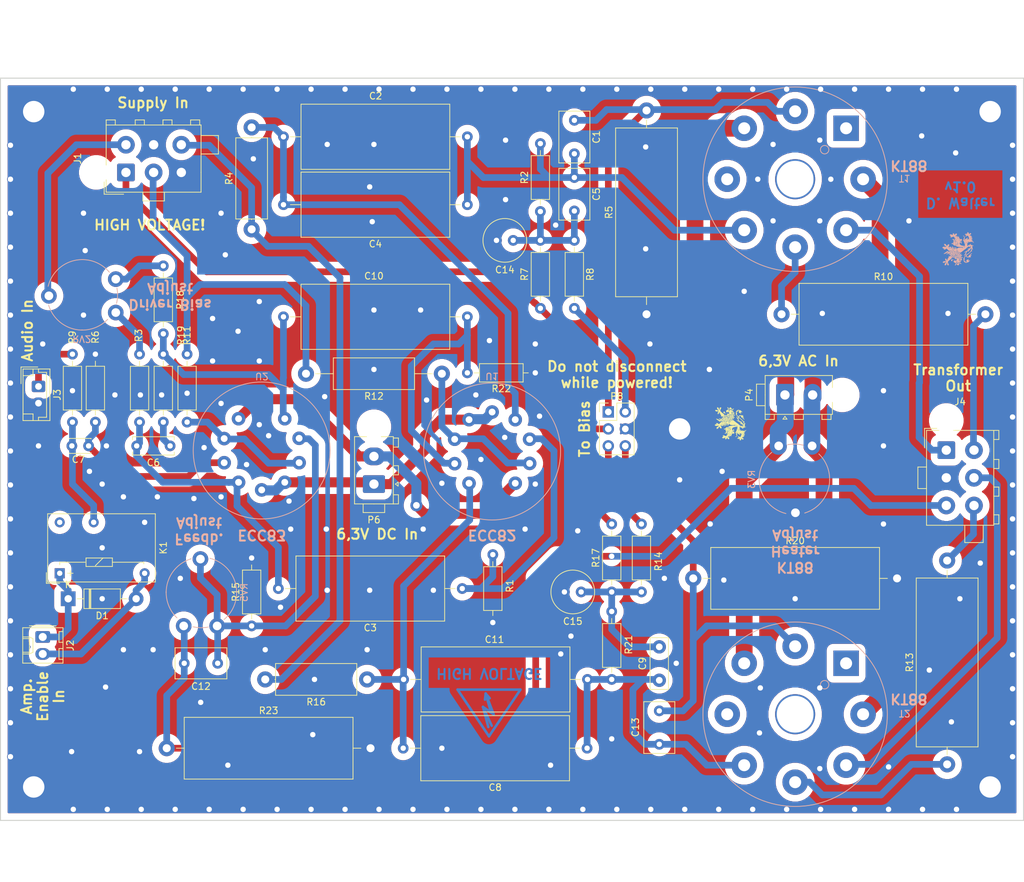
<source format=kicad_pcb>
(kicad_pcb (version 20171130) (host pcbnew "(5.1.6)-1")
  (layers (0 F.Cu signal) (31 B.Cu signal) (34 B.Paste user) (35 F.Paste user) (36 B.SilkS user) (37 F.SilkS user) (38 B.Mask user) (39 F.Mask user) (44 Edge.Cuts user))
  (net 0 "")
  (net 1 "Net-(P4-Pad2)")
  (net 2 "Net-(P4-Pad1)")
  (net 3 "Net-(R12-Pad1)")
  (net 4 "Net-(P6-Pad2)")
  (net 5 "Net-(R11-Pad1)")
  (net 6 "Net-(C7-Pad2)")
  (net 7 GND)
  (net 8 "Net-(C3-Pad1)")
  (net 9 "Net-(C1-Pad2)")
  (net 10 "Net-(R3-Pad1)")
  (net 11 "Net-(C3-Pad2)")
  (net 12 "Net-(C7-Pad1)")
  (net 13 -120V)
  (net 14 "Net-(C12-Pad1)")
  (net 15 "Net-(C10-Pad2)")
  (net 16 "Net-(R18-Pad2)")
  (net 17 "Net-(C11-Pad1)")
  (net 18 "Net-(C10-Pad1)")
  (net 19 +240V)
  (net 20 "Net-(C2-Pad2)")
  (net 21 "Net-(C6-Pad1)")
  (net 22 "Net-(C11-Pad2)")
  (net 23 "Net-(C12-Pad2)")
  (net 24 +300V)
  (net 25 "Net-(R10-Pad1)")
  (net 26 "Net-(R13-Pad1)")
  (net 27 Bias_1)
  (net 28 UG_1)
  (net 29 UG_2)
  (net 30 Bias_2)
  (net 31 "Net-(J3-Pad1)")
  (net 32 "Net-(P6-Pad1)")
  (net 33 "Net-(D1-Pad2)")
  (net 34 "Net-(D1-Pad1)")
  (net 35 "Net-(J4-Pad5)")
  (net 36 "Net-(J4-Pad4)")
  (net 37 "Net-(J4-Pad6)")
  (net 38 "Net-(J4-Pad1)")
  (net 39 "Net-(C15-Pad1)")
  (net 40 -60V)
  (net 41 "Net-(C14-Pad1)")
  (module Capacitor_THT:C_Disc_D7.5mm_W2.5mm_P5.00mm (layer F.Cu) (at 157.48 141.224 90)
    (fp_text reference C9 (at 2.5 -2.5 90) (layer F.SilkS))
    (fp_text value "68pF / 500V")
    (pad 2 thru_hole circle (at 5 0 90) (size 2 2) (drill 1) (layers *.Cu *.Mask) (net 39 "Net-(C15-Pad1)"))
    (pad 1 thru_hole circle (at 0 0 90) (size 2 2) (drill 1) (layers *.Cu *.Mask) (net 17 "Net-(C11-Pad1)"))
  )
  (module MountingHole:MountingHole_3.2mm_M3_DIN965_Pad (layer F.Cu) (at 63.928 56.181)
    (fp_text reference REF** hide)
    (fp_text value MountingHole_3.2mm_M3_DIN965_Pad)
    (pad 1 thru_hole circle (at 0 0) (size 5.6 5.6) (drill 3.2) (layers *.Cu *.Mask) (net 7 GND))
  )
  (module MountingHole:MountingHole_3.2mm_M3_DIN965_Pad (layer F.Cu) (at 63.928 157.179)
    (fp_text reference REF** hide)
    (fp_text value MountingHole_3.2mm_M3_DIN965_Pad)
    (pad 1 thru_hole circle (at 0 0) (size 5.6 5.6) (drill 3.2) (layers *.Cu *.Mask) (net 7 GND))
  )
  (module MountingHole:MountingHole_3.2mm_M3_DIN965_Pad (layer F.Cu) (at 206.963 157.179)
    (fp_text reference REF** hide)
    (fp_text value MountingHole_3.2mm_M3_DIN965_Pad)
    (pad 1 thru_hole circle (at 0 0) (size 5.6 5.6) (drill 3.2) (layers *.Cu *.Mask) (net 7 GND))
  )
  (module MountingHole:MountingHole_3.2mm_M3_DIN965_Pad (layer F.Cu) (at 206.963 56.181)
    (fp_text reference REF** hide)
    (fp_text value MountingHole_3.2mm_M3_DIN965_Pad)
    (pad 1 thru_hole circle (at 0 0) (size 5.6 5.6) (drill 3.2) (layers *.Cu *.Mask) (net 7 GND))
  )
  (module MountingHole:MountingHole_3.2mm_M3_DIN965_Pad (layer F.Cu) (at 160.528 103.632)
    (fp_text reference REF** hide)
    (fp_text value MountingHole_3.2mm_M3_DIN965_Pad)
    (pad 1 thru_hole circle (at 0 0) (size 5.6 5.6) (drill 3.2) (layers *.Cu *.Mask) (net 7 GND))
  )
  (module Loewe:Loewe_Klein (layer B.Cu) (at 202.184 76.708)
    (fp_text reference G*** hide)
    (fp_text value LOGO hide)
  )
  (module Loewe:Loewe_Klein (layer F.Cu) (at 168.148 102.87)
    (fp_text reference G*** hide)
    (fp_text value LOGO hide)
  )
  (module Symbol:Symbol_HighVoltage_Type2_CopperTop_VerySmall (layer B.Cu) (at 132.0165 145.415)
    (fp_text reference REF** hide)
    (fp_text value Symbol_HighVoltage_Type2_CopperTop_VerySmall)
    (fp_line (start -4.699 -2.794) (end 0 4.191) (layer B.Cu) (width 0.381))
    (fp_line (start 4.699 -2.794) (end -4.699 -2.794) (layer B.Cu) (width 0.381))
    (fp_line (start 0 4.191) (end 4.699 -2.794) (layer B.Cu) (width 0.381))
    (fp_line (start -0.49784 -2.19964) (end -0.59944 -1.30048) (layer B.Cu) (width 0.381))
    (fp_line (start 0.29972 0.59944) (end -0.49784 -2.19964) (layer B.Cu) (width 0.381))
    (fp_line (start -0.89916 -0.20066) (end 0.29972 0.59944) (layer B.Cu) (width 0.381))
    (fp_line (start -0.09906 2.79908) (end -0.89916 -0.20066) (layer B.Cu) (width 0.381))
    (fp_line (start -0.49784 -2.19964) (end 0.1016 -1.50114) (layer B.Cu) (width 0.381))
    (fp_line (start -0.89916 -0.20066) (end 0.40132 2.60096) (layer B.Cu) (width 0.381))
    (fp_line (start 0.70104 0.89916) (end 0.1016 0.50038) (layer B.Cu) (width 0.381))
    (fp_line (start -0.49784 -2.19964) (end 0.70104 0.89916) (layer B.Cu) (width 0.381))
  )
  (module Connector_TE-Connectivity:TE_MATE-N-LOK_1-770875-x_2x03_P4.14mm_Vertical (layer F.Cu) (at 200.406 106.807)
    (fp_text reference J4 (at 2.07 -7.23) (layer F.SilkS))
    (fp_text value Trafo)
    (pad "" np_thru_hole circle (at 0 -4.44) (size 3.18 3.18) (drill 3.18) (layers *.Cu *.Mask))
    (pad 6 thru_hole circle (at 4.14 8.28) (size 2.64 2.64) (drill 1.4) (layers *.Cu *.Mask) (net 37 "Net-(J4-Pad6)"))
    (pad 5 thru_hole circle (at 4.14 4.14) (size 2.64 2.64) (drill 1.4) (layers *.Cu *.Mask) (net 35 "Net-(J4-Pad5)"))
    (pad 4 thru_hole circle (at 4.14 0) (size 2.64 2.64) (drill 1.4) (layers *.Cu *.Mask) (net 36 "Net-(J4-Pad4)"))
    (pad 3 thru_hole circle (at 0 8.28) (size 2.64 2.64) (drill 1.4) (layers *.Cu *.Mask) (net 23 "Net-(C12-Pad2)"))
    (pad 2 thru_hole circle (at 0 4.14) (size 2.64 2.64) (drill 1.4) (layers *.Cu *.Mask) (net 7 GND))
    (pad 1 thru_hole roundrect (at 0 0) (size 2.64 2.64) (drill 1.4) (layers *.Cu *.Mask) (roundrect_rratio 0.094697) (net 38 "Net-(J4-Pad1)"))
  )
  (module Connector_JST:JST_EH_B2B-EH-A_1x02_P2.50mm_Vertical (layer F.Cu) (at 64.643 97.282 270)
    (fp_text reference J3 (at 1.25 -2.8 90) (layer F.SilkS))
    (fp_text value NF_In)
    (pad 2 thru_hole oval (at 2.5 0 270) (size 1.7 2) (drill 1) (layers *.Cu *.Mask) (net 7 GND))
    (pad 1 thru_hole roundrect (at 0 0 270) (size 1.7 2) (drill 1) (layers *.Cu *.Mask) (roundrect_rratio 0.147059) (net 31 "Net-(J3-Pad1)"))
  )
  (module Resistor_THT:R_Axial_DIN0207_L6.3mm_D2.5mm_P10.16mm_Horizontal (layer F.Cu) (at 79.756 92.456 270)
    (fp_text reference R3 (at -2.794 0.127 270) (layer F.SilkS))
    (fp_text value 82k)
    (pad 2 thru_hole oval (at 10.16 0 270) (size 1.6 1.6) (drill 0.8) (layers *.Cu *.Mask) (net 11 "Net-(C3-Pad2)"))
    (pad 1 thru_hole circle (at 0 0 270) (size 1.6 1.6) (drill 0.8) (layers *.Cu *.Mask) (net 10 "Net-(R3-Pad1)"))
  )
  (module Resistor_THT:R_Axial_DIN0414_L11.9mm_D4.5mm_P20.32mm_Horizontal (layer F.Cu) (at 124.968 95.377 180)
    (fp_text reference R12 (at 10.16 -3.37 180) (layer F.SilkS))
    (fp_text value 27k/1W)
    (pad 2 thru_hole oval (at 20.32 0 180) (size 2.4 2.4) (drill 1.2) (layers *.Cu *.Mask) (net 13 -120V))
    (pad 1 thru_hole circle (at 0 0 180) (size 2.4 2.4) (drill 1.2) (layers *.Cu *.Mask) (net 3 "Net-(R12-Pad1)"))
  )
  (module Resistor_THT:R_Axial_DIN0414_L11.9mm_D4.5mm_P15.24mm_Horizontal (layer F.Cu) (at 113.792 141.097 180)
    (fp_text reference R16 (at 7.62 -3.37 180) (layer F.SilkS))
    (fp_text value 68k/1W)
    (pad 2 thru_hole oval (at 15.24 0 180) (size 2.4 2.4) (drill 1.2) (layers *.Cu *.Mask) (net 24 +300V))
    (pad 1 thru_hole circle (at 0 0 180) (size 2.4 2.4) (drill 1.2) (layers *.Cu *.Mask) (net 22 "Net-(C11-Pad2)"))
  )
  (module Resistor_THT:R_Axial_DIN0414_L11.9mm_D4.5mm_P15.24mm_Horizontal (layer F.Cu) (at 96.52 73.787 90)
    (fp_text reference R4 (at 7.62 -3.37 90) (layer F.SilkS))
    (fp_text value 68k/1W)
    (pad 2 thru_hole oval (at 15.24 0 90) (size 2.4 2.4) (drill 1.2) (layers *.Cu *.Mask) (net 20 "Net-(C2-Pad2)"))
    (pad 1 thru_hole circle (at 0 0 90) (size 2.4 2.4) (drill 1.2) (layers *.Cu *.Mask) (net 24 +300V))
  )
  (module Diode_THT:D_DO-41_SOD81_P10.16mm_Horizontal (layer F.Cu) (at 69.088 129.032)
    (fp_text reference D1 (at 5.08 2.54 180) (layer F.SilkS))
    (fp_text value 1N4001)
    (fp_text user K (at 0 -2.1 180) (layer F.SilkS))
    (pad 2 thru_hole oval (at 10.16 0) (size 2.2 2.2) (drill 1.1) (layers *.Cu *.Mask) (net 33 "Net-(D1-Pad2)"))
    (pad 1 thru_hole rect (at 0 0) (size 2.2 2.2) (drill 1.1) (layers *.Cu *.Mask) (net 34 "Net-(D1-Pad1)"))
  )
  (module Valve:Valve_ECC-83-1 (layer B.Cu) (at 101.473 102.108)
    (fp_text reference U2 (at -3.429 -6.35 180 unlocked) (layer B.SilkS) (effects (justify mirror)))
    (fp_text value ECC83 (at -3.429 17.399 180 unlocked) (layer B.SilkS) (effects (font (size 1.5 1.5) (thickness 0.3)) (justify mirror)))
    (pad 9 thru_hole circle (at -6.91 0) (size 2.03 2.03) (drill 1.02) (layers *.Cu *.Mask) (net 4 "Net-(P6-Pad2)"))
    (pad 8 thru_hole circle (at -9.06 2.97) (size 2.03 2.03) (drill 1.02) (layers *.Cu *.Mask) (net 5 "Net-(R11-Pad1)"))
    (pad 7 thru_hole circle (at -9.06 6.58) (size 2.03 2.03) (drill 1.02) (layers *.Cu *.Mask) (net 6 "Net-(C7-Pad2)"))
    (pad 6 thru_hole circle (at -6.91 9.51) (size 2.03 2.03) (drill 1.02) (layers *.Cu *.Mask) (net 11 "Net-(C3-Pad2)"))
    (pad 5 thru_hole circle (at -3.45 10.65) (size 2.03 2.03) (drill 1.02) (layers *.Cu *.Mask) (net 32 "Net-(P6-Pad1)"))
    (pad 4 thru_hole circle (at 0 9.51) (size 2.03 2.03) (drill 1.02) (layers *.Cu *.Mask) (net 32 "Net-(P6-Pad1)"))
    (pad 3 thru_hole circle (at 2.15 6.58) (size 2.03 2.03) (drill 1.02) (layers *.Cu *.Mask) (net 5 "Net-(R11-Pad1)"))
    (pad 2 thru_hole circle (at 2.15 2.93) (size 2.03 2.03) (drill 1.02) (layers *.Cu *.Mask) (net 14 "Net-(C12-Pad1)"))
    (pad 1 thru_hole circle (at 0 0) (size 2.03 2.03) (drill 1.02) (layers *.Cu *.Mask) (net 15 "Net-(C10-Pad2)"))
  )
  (module Valve:Valve_ECC-83-1 (layer B.Cu) (at 129.032 111.76 180)
    (fp_text reference U1 (at -3.45 16 180 unlocked) (layer B.SilkS) (effects (justify mirror)))
    (fp_text value ECC82 (at -3.45 -7.747 180 unlocked) (layer B.SilkS) (effects (font (size 1.5 1.5) (thickness 0.3)) (justify mirror)))
    (pad 9 thru_hole circle (at -6.91 0 180) (size 2.03 2.03) (drill 1.02) (layers *.Cu *.Mask) (net 4 "Net-(P6-Pad2)"))
    (pad 8 thru_hole circle (at -9.06 2.97 180) (size 2.03 2.03) (drill 1.02) (layers *.Cu *.Mask) (net 3 "Net-(R12-Pad1)"))
    (pad 7 thru_hole circle (at -9.06 6.58 180) (size 2.03 2.03) (drill 1.02) (layers *.Cu *.Mask) (net 8 "Net-(C3-Pad1)"))
    (pad 6 thru_hole circle (at -6.91 9.51 180) (size 2.03 2.03) (drill 1.02) (layers *.Cu *.Mask) (net 20 "Net-(C2-Pad2)"))
    (pad 5 thru_hole circle (at -3.45 10.65 180) (size 2.03 2.03) (drill 1.02) (layers *.Cu *.Mask) (net 32 "Net-(P6-Pad1)"))
    (pad 4 thru_hole circle (at 0 9.51 180) (size 2.03 2.03) (drill 1.02) (layers *.Cu *.Mask) (net 32 "Net-(P6-Pad1)"))
    (pad 3 thru_hole circle (at 2.15 6.58 180) (size 2.03 2.03) (drill 1.02) (layers *.Cu *.Mask) (net 3 "Net-(R12-Pad1)"))
    (pad 2 thru_hole circle (at 2.15 2.93 180) (size 2.03 2.03) (drill 1.02) (layers *.Cu *.Mask) (net 18 "Net-(C10-Pad1)"))
    (pad 1 thru_hole circle (at 0 0 180) (size 2.03 2.03) (drill 1.02) (layers *.Cu *.Mask) (net 22 "Net-(C11-Pad2)"))
  )
  (module Valve:Valve_Octal (layer B.Cu) (at 185.42 138.684)
    (fp_text reference T2 (at 8.763 7.493 180 unlocked) (layer B.SilkS) (effects (justify mirror)))
    (fp_text value KT88 (at 9.398 5.334 180 unlocked) (layer B.SilkS) (effects (font (size 1.5 1.5) (thickness 0.3)) (justify mirror)))
    (pad "" thru_hole circle (at -7.62 7.62) (size 6 6) (drill 5.5) (layers *.Cu *.Mask))
    (pad 8 thru_hole circle (at -7.62 -2.54) (size 3.81 7.62) (drill 1.8) (layers *.Cu *.Mask) (net 30 Bias_2))
    (pad 7 thru_hole circle (at -15.24 0) (size 3.81 7.62) (drill 1.8) (layers *.Cu *.Mask) (net 2 "Net-(P4-Pad1)"))
    (pad 6 thru_hole circle (at -17.78 7.62) (size 3.81 7.62) (drill 1.8) (layers *.Cu *.Mask))
    (pad 5 thru_hole circle (at -15.24 15.24) (size 3.81 7.62) (drill 1.8) (layers *.Cu *.Mask) (net 17 "Net-(C11-Pad1)"))
    (pad 4 thru_hole circle (at -7.62 17.78) (size 3.81 7.62) (drill 1.8) (layers *.Cu *.Mask) (net 26 "Net-(R13-Pad1)"))
    (pad 3 thru_hole circle (at 0 15.24) (size 3.81 7.62) (drill 1.8) (layers *.Cu *.Mask) (net 35 "Net-(J4-Pad5)"))
    (pad 2 thru_hole circle (at 2.54 7.62) (size 3.81 7.62) (drill 1.8) (layers *.Cu *.Mask) (net 1 "Net-(P4-Pad2)"))
    (pad 1 thru_hole rect (at 0 0) (size 3.81 3.81) (drill 1.8) (layers *.Cu *.Mask))
  )
  (module Valve:Valve_Octal (layer B.Cu) (at 185.42 58.674)
    (fp_text reference T1 (at 8.763 7.493 180 unlocked) (layer B.SilkS) (effects (justify mirror)))
    (fp_text value KT88 (at 9.398 5.588 180 unlocked) (layer B.SilkS) (effects (font (size 1.5 1.5) (thickness 0.3)) (justify mirror)))
    (pad "" thru_hole circle (at -7.62 7.62) (size 6 6) (drill 5.5) (layers *.Cu *.Mask))
    (pad 8 thru_hole circle (at -7.62 -2.54) (size 3.81 7.62) (drill 1.8) (layers *.Cu *.Mask) (net 27 Bias_1))
    (pad 7 thru_hole circle (at -15.24 0) (size 3.81 7.62) (drill 1.8) (layers *.Cu *.Mask) (net 2 "Net-(P4-Pad1)"))
    (pad 6 thru_hole circle (at -17.78 7.62) (size 3.81 7.62) (drill 1.8) (layers *.Cu *.Mask))
    (pad 5 thru_hole circle (at -15.24 15.24) (size 3.81 7.62) (drill 1.8) (layers *.Cu *.Mask) (net 9 "Net-(C1-Pad2)"))
    (pad 4 thru_hole circle (at -7.62 17.78) (size 3.81 7.62) (drill 1.8) (layers *.Cu *.Mask) (net 25 "Net-(R10-Pad1)"))
    (pad 3 thru_hole circle (at 0 15.24) (size 3.81 7.62) (drill 1.8) (layers *.Cu *.Mask) (net 38 "Net-(J4-Pad1)"))
    (pad 2 thru_hole circle (at 2.54 7.62) (size 3.81 7.62) (drill 1.8) (layers *.Cu *.Mask) (net 1 "Net-(P4-Pad2)"))
    (pad 1 thru_hole rect (at 0 0) (size 3.81 3.81) (drill 1.8) (layers *.Cu *.Mask))
  )
  (module Potentiometer_THT:Potentiometer_Piher_PT-10-V10_Vertical (layer B.Cu) (at 86.36 133.096 90)
    (fp_text reference RV5 (at 5 9.05 270) (layer B.SilkS) (effects (justify mirror)))
    (fp_text value 20k)
    (pad 1 thru_hole circle (at 0 0 90) (size 2.34 2.34) (drill 1.3) (layers *.Cu *.Mask) (net 23 "Net-(C12-Pad2)"))
    (pad 2 thru_hole circle (at 10 2.5 90) (size 2.34 2.34) (drill 1.3) (layers *.Cu *.Mask) (net 14 "Net-(C12-Pad1)"))
    (pad 3 thru_hole circle (at 0 5 90) (size 2.34 2.34) (drill 1.3) (layers *.Cu *.Mask) (net 14 "Net-(C12-Pad1)"))
  )
  (module Potentiometer_THT:Potentiometer_Piher_PT-10-V10_Vertical (layer B.Cu) (at 180.34 106.172 270)
    (fp_text reference RV3 (at 5 9.05 270) (layer B.SilkS) (effects (justify mirror)))
    (fp_text value 500R)
    (pad 1 thru_hole circle (at 0 0 270) (size 2.34 2.34) (drill 1.3) (layers *.Cu *.Mask) (net 1 "Net-(P4-Pad2)"))
    (pad 2 thru_hole circle (at 10 2.5 270) (size 2.34 2.34) (drill 1.3) (layers *.Cu *.Mask) (net 7 GND))
    (pad 3 thru_hole circle (at 0 5 270) (size 2.34 2.34) (drill 1.3) (layers *.Cu *.Mask) (net 2 "Net-(P4-Pad1)"))
  )
  (module Potentiometer_THT:Potentiometer_Piher_PT-10-V10_Vertical (layer B.Cu) (at 76.2 86.233 180)
    (fp_text reference RV2 (at 5.08 -3.937 180 unlocked) (layer B.SilkS) (effects (justify mirror)))
    (fp_text value 20k)
    (pad 1 thru_hole circle (at 0 0 180) (size 2.34 2.34) (drill 1.3) (layers *.Cu *.Mask) (net 10 "Net-(R3-Pad1)"))
    (pad 2 thru_hole circle (at 10 2.5 180) (size 2.34 2.34) (drill 1.3) (layers *.Cu *.Mask) (net 19 +240V))
    (pad 3 thru_hole circle (at 0 5 180) (size 2.34 2.34) (drill 1.3) (layers *.Cu *.Mask) (net 16 "Net-(R18-Pad2)"))
  )
  (module Resistor_THT:R_Axial_Power_L25.0mm_W9.0mm_P30.48mm (layer F.Cu) (at 83.82 151.384)
    (fp_text reference R23 (at 15.24 -5.62) (layer F.SilkS))
    (fp_text value 100R/6W)
    (pad 2 thru_hole oval (at 30.48 0) (size 2.4 2.4) (drill 1.2) (layers *.Cu *.Mask) (net 7 GND))
    (pad 1 thru_hole circle (at 0 0) (size 2.4 2.4) (drill 1.2) (layers *.Cu *.Mask) (net 23 "Net-(C12-Pad2)"))
  )
  (module Resistor_THT:R_Axial_DIN0207_L6.3mm_D2.5mm_P10.16mm_Horizontal (layer F.Cu) (at 138.938 95.25 180)
    (fp_text reference R22 (at 5.08 -2.37 180) (layer F.SilkS))
    (fp_text value 1M)
    (pad 2 thru_hole oval (at 10.16 0 180) (size 1.6 1.6) (drill 0.8) (layers *.Cu *.Mask) (net 18 "Net-(C10-Pad1)"))
    (pad 1 thru_hole circle (at 0 0 180) (size 1.6 1.6) (drill 0.8) (layers *.Cu *.Mask) (net 7 GND))
  )
  (module Resistor_THT:R_Axial_DIN0207_L6.3mm_D2.5mm_P10.16mm_Horizontal (layer F.Cu) (at 150.368 141.097 90)
    (fp_text reference R21 (at 5.207 2.54 90) (layer F.SilkS))
    (fp_text value 220k)
    (pad 2 thru_hole oval (at 10.16 0 90) (size 1.6 1.6) (drill 0.8) (layers *.Cu *.Mask) (net 39 "Net-(C15-Pad1)"))
    (pad 1 thru_hole circle (at 0 0 90) (size 1.6 1.6) (drill 0.8) (layers *.Cu *.Mask) (net 17 "Net-(C11-Pad1)"))
  )
  (module Resistor_THT:R_Axial_Power_L25.0mm_W9.0mm_P30.48mm (layer F.Cu) (at 162.56 125.984)
    (fp_text reference R20 (at 15.24 -5.62) (layer F.SilkS))
    (fp_text value 4R7/6W)
    (pad 2 thru_hole oval (at 30.48 0) (size 2.4 2.4) (drill 1.2) (layers *.Cu *.Mask) (net 7 GND))
    (pad 1 thru_hole circle (at 0 0) (size 2.4 2.4) (drill 1.2) (layers *.Cu *.Mask) (net 30 Bias_2))
  )
  (module Resistor_THT:R_Axial_DIN0207_L6.3mm_D2.5mm_P10.16mm_Horizontal (layer F.Cu) (at 83.312 92.456 270)
    (fp_text reference R19 (at -2.794 -2.667 270) (layer F.SilkS))
    (fp_text value 47k)
    (pad 2 thru_hole oval (at 10.16 0 270) (size 1.6 1.6) (drill 0.8) (layers *.Cu *.Mask) (net 21 "Net-(C6-Pad1)"))
    (pad 1 thru_hole circle (at 0 0 270) (size 1.6 1.6) (drill 0.8) (layers *.Cu *.Mask) (net 15 "Net-(C10-Pad2)"))
  )
  (module Resistor_THT:R_Axial_DIN0207_L6.3mm_D2.5mm_P10.16mm_Horizontal (layer F.Cu) (at 83.312 89.408 90)
    (fp_text reference R18 (at 5.08 2.54 90) (layer F.SilkS))
    (fp_text value 100k)
    (pad 2 thru_hole oval (at 10.16 0 90) (size 1.6 1.6) (drill 0.8) (layers *.Cu *.Mask) (net 16 "Net-(R18-Pad2)"))
    (pad 1 thru_hole circle (at 0 0 90) (size 1.6 1.6) (drill 0.8) (layers *.Cu *.Mask) (net 15 "Net-(C10-Pad2)"))
  )
  (module Resistor_THT:R_Axial_DIN0207_L6.3mm_D2.5mm_P10.16mm_Horizontal (layer F.Cu) (at 150.368 128.016 90)
    (fp_text reference R17 (at 5.08 -2.37 90) (layer F.SilkS))
    (fp_text value 1M)
    (pad 2 thru_hole oval (at 10.16 0 90) (size 1.6 1.6) (drill 0.8) (layers *.Cu *.Mask) (net 40 -60V))
    (pad 1 thru_hole circle (at 0 0 90) (size 1.6 1.6) (drill 0.8) (layers *.Cu *.Mask) (net 39 "Net-(C15-Pad1)"))
  )
  (module Resistor_THT:R_Axial_DIN0207_L6.3mm_D2.5mm_P10.16mm_Horizontal (layer F.Cu) (at 96.52 133.096 90)
    (fp_text reference R15 (at 5.08 -2.37 90) (layer F.SilkS))
    (fp_text value 470R)
    (pad 2 thru_hole oval (at 10.16 0 90) (size 1.6 1.6) (drill 0.8) (layers *.Cu *.Mask) (net 7 GND))
    (pad 1 thru_hole circle (at 0 0 90) (size 1.6 1.6) (drill 0.8) (layers *.Cu *.Mask) (net 14 "Net-(C12-Pad1)"))
  )
  (module Resistor_THT:R_Axial_DIN0207_L6.3mm_D2.5mm_P10.16mm_Horizontal (layer F.Cu) (at 154.813 128.016 90)
    (fp_text reference R14 (at 4.572 2.54 90) (layer F.SilkS))
    (fp_text value 10k)
    (pad 2 thru_hole oval (at 10.16 0 90) (size 1.6 1.6) (drill 0.8) (layers *.Cu *.Mask) (net 29 UG_2))
    (pad 1 thru_hole circle (at 0 0 90) (size 1.6 1.6) (drill 0.8) (layers *.Cu *.Mask) (net 39 "Net-(C15-Pad1)"))
  )
  (module Resistor_THT:R_Axial_Power_L25.0mm_W9.0mm_P30.48mm (layer F.Cu) (at 200.533 153.797 90)
    (fp_text reference R13 (at 15.24 -5.62 90) (layer F.SilkS))
    (fp_text value 100R/6W)
    (pad 2 thru_hole oval (at 30.48 0 90) (size 2.4 2.4) (drill 1.2) (layers *.Cu *.Mask) (net 37 "Net-(J4-Pad6)"))
    (pad 1 thru_hole circle (at 0 0 90) (size 2.4 2.4) (drill 1.2) (layers *.Cu *.Mask) (net 26 "Net-(R13-Pad1)"))
  )
  (module Resistor_THT:R_Axial_DIN0207_L6.3mm_D2.5mm_P10.16mm_Horizontal (layer F.Cu) (at 86.868 102.616 90)
    (fp_text reference R11 (at 12.954 0 90) (layer F.SilkS))
    (fp_text value 68k)
    (pad 2 thru_hole oval (at 10.16 0 90) (size 1.6 1.6) (drill 0.8) (layers *.Cu *.Mask) (net 13 -120V))
    (pad 1 thru_hole circle (at 0 0 90) (size 1.6 1.6) (drill 0.8) (layers *.Cu *.Mask) (net 5 "Net-(R11-Pad1)"))
  )
  (module Resistor_THT:R_Axial_Power_L25.0mm_W9.0mm_P30.48mm (layer F.Cu) (at 175.768 86.487)
    (fp_text reference R10 (at 15.24 -5.62) (layer F.SilkS))
    (fp_text value 100R/6W)
    (pad 2 thru_hole oval (at 30.48 0) (size 2.4 2.4) (drill 1.2) (layers *.Cu *.Mask) (net 36 "Net-(J4-Pad4)"))
    (pad 1 thru_hole circle (at 0 0) (size 2.4 2.4) (drill 1.2) (layers *.Cu *.Mask) (net 25 "Net-(R10-Pad1)"))
  )
  (module Resistor_THT:R_Axial_DIN0207_L6.3mm_D2.5mm_P10.16mm_Horizontal (layer F.Cu) (at 69.723 92.456 270)
    (fp_text reference R9 (at -2.54 0 90) (layer F.SilkS))
    (fp_text value 220R)
    (pad 2 thru_hole oval (at 10.16 0 270) (size 1.6 1.6) (drill 0.8) (layers *.Cu *.Mask) (net 12 "Net-(C7-Pad1)"))
    (pad 1 thru_hole circle (at 0 0 270) (size 1.6 1.6) (drill 0.8) (layers *.Cu *.Mask) (net 31 "Net-(J3-Pad1)"))
  )
  (module Resistor_THT:R_Axial_DIN0207_L6.3mm_D2.5mm_P10.16mm_Horizontal (layer F.Cu) (at 144.78 75.438 270)
    (fp_text reference R8 (at 5.08 -2.37 270) (layer F.SilkS))
    (fp_text value 10k)
    (pad 2 thru_hole oval (at 10.16 0 270) (size 1.6 1.6) (drill 0.8) (layers *.Cu *.Mask) (net 28 UG_1))
    (pad 1 thru_hole circle (at 0 0 270) (size 1.6 1.6) (drill 0.8) (layers *.Cu *.Mask) (net 41 "Net-(C14-Pad1)"))
  )
  (module Resistor_THT:R_Axial_DIN0207_L6.3mm_D2.5mm_P10.16mm_Horizontal (layer F.Cu) (at 139.7 85.598 90)
    (fp_text reference R7 (at 5.08 -2.37 90) (layer F.SilkS))
    (fp_text value 1M)
    (pad 2 thru_hole oval (at 10.16 0 90) (size 1.6 1.6) (drill 0.8) (layers *.Cu *.Mask) (net 41 "Net-(C14-Pad1)"))
    (pad 1 thru_hole circle (at 0 0 90) (size 1.6 1.6) (drill 0.8) (layers *.Cu *.Mask) (net 40 -60V))
  )
  (module Resistor_THT:R_Axial_DIN0207_L6.3mm_D2.5mm_P10.16mm_Horizontal (layer F.Cu) (at 73.152 92.456 270)
    (fp_text reference R6 (at -2.54 0 270) (layer F.SilkS))
    (fp_text value 470k)
    (pad 2 thru_hole oval (at 10.16 0 270) (size 1.6 1.6) (drill 0.8) (layers *.Cu *.Mask) (net 6 "Net-(C7-Pad2)"))
    (pad 1 thru_hole circle (at 0 0 270) (size 1.6 1.6) (drill 0.8) (layers *.Cu *.Mask) (net 7 GND))
  )
  (module Resistor_THT:R_Axial_Power_L25.0mm_W9.0mm_P30.48mm (layer F.Cu) (at 155.575 86.487 90)
    (fp_text reference R5 (at 15.24 -5.62 90) (layer F.SilkS))
    (fp_text value 4R7/6W)
    (pad 2 thru_hole oval (at 30.48 0 90) (size 2.4 2.4) (drill 1.2) (layers *.Cu *.Mask) (net 27 Bias_1))
    (pad 1 thru_hole circle (at 0 0 90) (size 2.4 2.4) (drill 1.2) (layers *.Cu *.Mask) (net 7 GND))
  )
  (module Resistor_THT:R_Axial_DIN0207_L6.3mm_D2.5mm_P10.16mm_Horizontal (layer F.Cu) (at 139.7 71.12 90)
    (fp_text reference R2 (at 5.08 -2.37 90) (layer F.SilkS))
    (fp_text value 220k)
    (pad 2 thru_hole oval (at 10.16 0 90) (size 1.6 1.6) (drill 0.8) (layers *.Cu *.Mask) (net 9 "Net-(C1-Pad2)"))
    (pad 1 thru_hole circle (at 0 0 90) (size 1.6 1.6) (drill 0.8) (layers *.Cu *.Mask) (net 41 "Net-(C14-Pad1)"))
  )
  (module Resistor_THT:R_Axial_DIN0207_L6.3mm_D2.5mm_P10.16mm_Horizontal (layer F.Cu) (at 132.588 132.588 90)
    (fp_text reference R1 (at 5.461 2.54 90) (layer F.SilkS))
    (fp_text value 1M)
    (pad 2 thru_hole oval (at 10.16 0 90) (size 1.6 1.6) (drill 0.8) (layers *.Cu *.Mask) (net 8 "Net-(C3-Pad1)"))
    (pad 1 thru_hole circle (at 0 0 90) (size 1.6 1.6) (drill 0.8) (layers *.Cu *.Mask) (net 7 GND))
  )
  (module Connector_PinHeader_2.54mm:PinHeader_2x03_P2.54mm_Vertical (layer F.Cu) (at 149.86 101.092)
    (fp_text reference P8 (at 1.27 -2.33) (layer F.SilkS))
    (fp_text value Bias)
    (pad 6 thru_hole oval (at 2.54 5.08) (size 1.7 1.7) (drill 1) (layers *.Cu *.Mask) (net 30 Bias_2))
    (pad 5 thru_hole oval (at 0 5.08) (size 1.7 1.7) (drill 1) (layers *.Cu *.Mask) (net 29 UG_2))
    (pad 4 thru_hole oval (at 2.54 2.54) (size 1.7 1.7) (drill 1) (layers *.Cu *.Mask) (net 7 GND))
    (pad 3 thru_hole oval (at 0 2.54) (size 1.7 1.7) (drill 1) (layers *.Cu *.Mask) (net 40 -60V))
    (pad 2 thru_hole oval (at 2.54 0) (size 1.7 1.7) (drill 1) (layers *.Cu *.Mask) (net 28 UG_1))
    (pad 1 thru_hole rect (at 0 0) (size 1.7 1.7) (drill 1) (layers *.Cu *.Mask) (net 27 Bias_1))
  )
  (module Connector_TE-Connectivity:TE_MATE-N-LOK_1-770866-x_1x02_P4.14mm_Vertical (layer F.Cu) (at 114.808 111.887 180)
    (fp_text reference P6 (at 0 -5.35 180) (layer F.SilkS))
    (fp_text value 6V3_DC)
    (pad "" np_thru_hole circle (at 0 8.58 180) (size 3.18 3.18) (drill 3.18) (layers *.Cu *.Mask))
    (pad 2 thru_hole oval (at 0 4.14 180) (size 3.3 2.64) (drill 1.4) (layers *.Cu *.Mask) (net 4 "Net-(P6-Pad2)"))
    (pad 1 thru_hole roundrect (at 0 0 180) (size 3.3 2.64) (drill 1.4) (layers *.Cu *.Mask) (roundrect_rratio 0.094697) (net 32 "Net-(P6-Pad1)"))
  )
  (module Connector_TE-Connectivity:TE_MATE-N-LOK_1-770866-x_1x02_P4.14mm_Vertical (layer F.Cu) (at 176.276 98.552 90)
    (fp_text reference P4 (at 0 -5.35 90) (layer F.SilkS))
    (fp_text value 6V3_AC)
    (pad "" np_thru_hole circle (at 0 8.58 90) (size 3.18 3.18) (drill 3.18) (layers *.Cu *.Mask))
    (pad 2 thru_hole oval (at 0 4.14 90) (size 3.3 2.64) (drill 1.4) (layers *.Cu *.Mask) (net 1 "Net-(P4-Pad2)"))
    (pad 1 thru_hole roundrect (at 0 0 90) (size 3.3 2.64) (drill 1.4) (layers *.Cu *.Mask) (roundrect_rratio 0.094697) (net 2 "Net-(P4-Pad1)"))
  )
  (module Relay_THT:Relay_SPDT_Omron_G6E (layer F.Cu) (at 67.818 125.222 90)
    (fp_text reference K1 (at 3.81 15.494 270) (layer F.SilkS))
    (fp_text value G6E)
    (pad 7 thru_hole circle (at 7.62 12.7) (size 1.50114 1.50114) (drill 0.8001) (layers *.Cu *.Mask) (net 7 GND))
    (pad 6 thru_hole circle (at 0 12.7) (size 1.50114 1.50114) (drill 0.8001) (layers *.Cu *.Mask) (net 33 "Net-(D1-Pad2)"))
    (pad 10 thru_hole circle (at 7.62 5.08) (size 1.50114 1.50114) (drill 0.8001) (layers *.Cu *.Mask) (net 12 "Net-(C7-Pad1)"))
    (pad 12 thru_hole circle (at 7.62 0) (size 1.50114 1.50114) (drill 0.8001) (layers *.Cu *.Mask))
    (pad 1 thru_hole rect (at 0 0) (size 1.50114 1.50114) (drill 0.8001) (layers *.Cu *.Mask) (net 34 "Net-(D1-Pad1)"))
  )
  (module Connector_Molex:Molex_KK-254_AE-6410-02A_1x02_P2.54mm_Vertical (layer F.Cu) (at 65.278 134.747 270)
    (fp_text reference J2 (at 1.27 -4.12 270) (layer F.SilkS))
    (fp_text value Relais)
    (pad 2 thru_hole oval (at 2.54 0 270) (size 1.74 2.2) (drill 1.2) (layers *.Cu *.Mask) (net 33 "Net-(D1-Pad2)"))
    (pad 1 thru_hole roundrect (at 0 0 270) (size 1.74 2.2) (drill 1.2) (layers *.Cu *.Mask) (roundrect_rratio 0.143678) (net 34 "Net-(D1-Pad1)"))
  )
  (module Connector_TE-Connectivity:TE_MATE-N-LOK_1-770875-x_2x03_P4.14mm_Vertical (layer F.Cu) (at 77.724 65.278 90)
    (fp_text reference J1 (at 2.07 -7.23 90) (layer F.SilkS))
    (fp_text value "HV In")
    (pad "" np_thru_hole circle (at 0 -4.44 90) (size 3.18 3.18) (drill 3.18) (layers *.Cu *.Mask))
    (pad 6 thru_hole circle (at 4.14 8.28 90) (size 2.64 2.64) (drill 1.4) (layers *.Cu *.Mask) (net 24 +300V))
    (pad 5 thru_hole circle (at 4.14 4.14 90) (size 2.64 2.64) (drill 1.4) (layers *.Cu *.Mask) (net 7 GND))
    (pad 4 thru_hole circle (at 4.14 0 90) (size 2.64 2.64) (drill 1.4) (layers *.Cu *.Mask) (net 19 +240V))
    (pad 3 thru_hole circle (at 0 8.28 90) (size 2.64 2.64) (drill 1.4) (layers *.Cu *.Mask) (net 7 GND))
    (pad 2 thru_hole circle (at 0 4.14 90) (size 2.64 2.64) (drill 1.4) (layers *.Cu *.Mask) (net 13 -120V))
    (pad 1 thru_hole roundrect (at 0 0 90) (size 2.64 2.64) (drill 1.4) (layers *.Cu *.Mask) (roundrect_rratio 0.094697) (net 40 -60V))
  )
  (module Capacitor_THT:C_Radial_D6.3mm_H5.0mm_P2.50mm (layer F.Cu) (at 145.796 128.016 180)
    (fp_text reference C15 (at 1.25 -4.4 180) (layer F.SilkS))
    (fp_text value "10µF / 100V")
    (pad 2 thru_hole circle (at 2.5 0 180) (size 1.6 1.6) (drill 0.8) (layers *.Cu *.Mask) (net 7 GND))
    (pad 1 thru_hole circle (at 0 0 180) (size 1.6 1.6) (drill 0.8) (layers *.Cu *.Mask) (net 39 "Net-(C15-Pad1)"))
  )
  (module Capacitor_THT:C_Radial_D6.3mm_H5.0mm_P2.50mm (layer F.Cu) (at 135.636 75.438 180)
    (fp_text reference C14 (at 1.25 -4.4 180) (layer F.SilkS))
    (fp_text value "10µF / 100V")
    (pad 2 thru_hole circle (at 2.5 0 180) (size 1.6 1.6) (drill 0.8) (layers *.Cu *.Mask) (net 7 GND))
    (pad 1 thru_hole circle (at 0 0 180) (size 1.6 1.6) (drill 0.8) (layers *.Cu *.Mask) (net 41 "Net-(C14-Pad1)"))
  )
  (module Capacitor_THT:C_Disc_D7.5mm_W4.4mm_P5.00mm (layer F.Cu) (at 157.48 145.796 270)
    (fp_text reference C13 (at 2.46 3.556 270) (layer F.SilkS))
    (fp_text value "68pF / 500V")
    (pad 2 thru_hole circle (at 5 0 270) (size 1.6 1.6) (drill 0.8) (layers *.Cu *.Mask) (net 17 "Net-(C11-Pad1)"))
    (pad 1 thru_hole circle (at 0 0 270) (size 1.6 1.6) (drill 0.8) (layers *.Cu *.Mask) (net 30 Bias_2))
  )
  (module Capacitor_THT:C_Disc_D7.5mm_W4.4mm_P5.00mm (layer F.Cu) (at 91.44 138.684 180)
    (fp_text reference C12 (at 2.5 -3.45 180) (layer F.SilkS))
    (fp_text value "100pF / 500V")
    (pad 2 thru_hole circle (at 5 0 180) (size 1.6 1.6) (drill 0.8) (layers *.Cu *.Mask) (net 23 "Net-(C12-Pad2)"))
    (pad 1 thru_hole circle (at 0 0 180) (size 1.6 1.6) (drill 0.8) (layers *.Cu *.Mask) (net 14 "Net-(C12-Pad1)"))
  )
  (module Capacitor_THT:C_Axial_L22.0mm_D9.5mm_P27.50mm_Horizontal (layer F.Cu) (at 146.745 141.097 180)
    (fp_text reference C11 (at 13.903 5.969 180) (layer F.SilkS))
    (fp_text value 100nF/400V)
    (pad 2 thru_hole oval (at 27.5 0 180) (size 1.6 1.6) (drill 0.8) (layers *.Cu *.Mask) (net 22 "Net-(C11-Pad2)"))
    (pad 1 thru_hole circle (at 0 0 180) (size 1.6 1.6) (drill 0.8) (layers *.Cu *.Mask) (net 17 "Net-(C11-Pad1)"))
  )
  (module Capacitor_THT:C_Axial_L22.0mm_D9.5mm_P27.50mm_Horizontal (layer F.Cu) (at 128.778 86.868 180)
    (fp_text reference C10 (at 13.97 6.096 180) (layer F.SilkS))
    (fp_text value "100nF / 400V")
    (pad 2 thru_hole oval (at 27.5 0 180) (size 1.6 1.6) (drill 0.8) (layers *.Cu *.Mask) (net 15 "Net-(C10-Pad2)"))
    (pad 1 thru_hole circle (at 0 0 180) (size 1.6 1.6) (drill 0.8) (layers *.Cu *.Mask) (net 18 "Net-(C10-Pad1)"))
  )
  (module Capacitor_THT:C_Axial_L22.0mm_D9.5mm_P27.50mm_Horizontal (layer F.Cu) (at 146.685 151.384 180)
    (fp_text reference C8 (at 13.75 -5.87 180) (layer F.SilkS))
    (fp_text value 100nF/400V)
    (pad 2 thru_hole oval (at 27.5 0 180) (size 1.6 1.6) (drill 0.8) (layers *.Cu *.Mask) (net 22 "Net-(C11-Pad2)"))
    (pad 1 thru_hole circle (at 0 0 180) (size 1.6 1.6) (drill 0.8) (layers *.Cu *.Mask) (net 17 "Net-(C11-Pad1)"))
  )
  (module Capacitor_THT:C_Disc_D3.0mm_W2.0mm_P2.50mm (layer F.Cu) (at 69.636 106.172)
    (fp_text reference C7 (at 0.976 2.032) (layer F.SilkS))
    (fp_text value 100nF)
    (pad 2 thru_hole circle (at 2.5 0) (size 1.6 1.6) (drill 0.8) (layers *.Cu *.Mask) (net 6 "Net-(C7-Pad2)"))
    (pad 1 thru_hole circle (at 0 0) (size 1.6 1.6) (drill 0.8) (layers *.Cu *.Mask) (net 12 "Net-(C7-Pad1)"))
  )
  (module Capacitor_THT:C_Disc_D6.0mm_W2.5mm_P5.00mm (layer F.Cu) (at 84.328 106.172 180)
    (fp_text reference C6 (at 2.5 -2.5 180) (layer F.SilkS))
    (fp_text value "33pF / 500V")
    (pad 2 thru_hole circle (at 5 0 180) (size 1.6 1.6) (drill 0.8) (layers *.Cu *.Mask) (net 11 "Net-(C3-Pad2)"))
    (pad 1 thru_hole circle (at 0 0 180) (size 1.6 1.6) (drill 0.8) (layers *.Cu *.Mask) (net 21 "Net-(C6-Pad1)"))
  )
  (module Capacitor_THT:C_Disc_D7.5mm_W4.4mm_P5.00mm (layer F.Cu) (at 144.78 71.04 90)
    (fp_text reference C5 (at 2.5 3.302 90) (layer F.SilkS))
    (fp_text value "68pF / 500V")
    (pad 2 thru_hole circle (at 5 0 90) (size 1.6 1.6) (drill 0.8) (layers *.Cu *.Mask) (net 9 "Net-(C1-Pad2)"))
    (pad 1 thru_hole circle (at 0 0 90) (size 1.6 1.6) (drill 0.8) (layers *.Cu *.Mask) (net 41 "Net-(C14-Pad1)"))
  )
  (module Capacitor_THT:C_Axial_L22.0mm_D9.5mm_P27.50mm_Horizontal (layer F.Cu) (at 128.778 70.104 180)
    (fp_text reference C4 (at 13.75 -5.87 180) (layer F.SilkS))
    (fp_text value 100nF/400V)
    (pad 2 thru_hole oval (at 27.5 0 180) (size 1.6 1.6) (drill 0.8) (layers *.Cu *.Mask) (net 20 "Net-(C2-Pad2)"))
    (pad 1 thru_hole circle (at 0 0 180) (size 1.6 1.6) (drill 0.8) (layers *.Cu *.Mask) (net 9 "Net-(C1-Pad2)"))
  )
  (module Capacitor_THT:C_Axial_L22.0mm_D9.5mm_P27.50mm_Horizontal (layer F.Cu) (at 128.016 127.508 180)
    (fp_text reference C3 (at 13.75 -5.87 180) (layer F.SilkS))
    (fp_text value "100nF / 400V")
    (pad 2 thru_hole oval (at 27.5 0 180) (size 1.6 1.6) (drill 0.8) (layers *.Cu *.Mask) (net 11 "Net-(C3-Pad2)"))
    (pad 1 thru_hole circle (at 0 0 180) (size 1.6 1.6) (drill 0.8) (layers *.Cu *.Mask) (net 8 "Net-(C3-Pad1)"))
  )
  (module Capacitor_THT:C_Axial_L22.0mm_D9.5mm_P27.50mm_Horizontal (layer F.Cu) (at 128.778 59.944 180)
    (fp_text reference C2 (at 13.716 6.096 180) (layer F.SilkS))
    (fp_text value 100nF/400V)
    (pad 2 thru_hole oval (at 27.5 0 180) (size 1.6 1.6) (drill 0.8) (layers *.Cu *.Mask) (net 20 "Net-(C2-Pad2)"))
    (pad 1 thru_hole circle (at 0 0 180) (size 1.6 1.6) (drill 0.8) (layers *.Cu *.Mask) (net 9 "Net-(C1-Pad2)"))
  )
  (module Capacitor_THT:C_Disc_D7.5mm_W4.4mm_P5.00mm (layer F.Cu) (at 144.78 57.484 270)
    (fp_text reference C1 (at 2.5 -3.302 270) (layer F.SilkS))
    (fp_text value "68pF / 500V")
    (pad 2 thru_hole circle (at 5 0 270) (size 1.6 1.6) (drill 0.8) (layers *.Cu *.Mask) (net 9 "Net-(C1-Pad2)"))
    (pad 1 thru_hole circle (at 0 0 270) (size 1.6 1.6) (drill 0.8) (layers *.Cu *.Mask) (net 27 Bias_1))
  )
  (gr_text "KT88\nHeater\nAdjust" (at 177.8 121.92 180) (layer B.SilkS) (effects (font (size 1.5 1.5) (thickness 0.3)) (justify mirror)))
  (gr_text "Driver Bias\nAdjust" (at 84.328 83.82 180) (layer B.SilkS) (effects (font (size 1.5 1.5) (thickness 0.3)) (justify mirror)))
  (gr_text "Feedb.\nAdjust" (at 88.646 118.872 180) (layer B.SilkS) (effects (font (size 1.5 1.5) (thickness 0.3)) (justify mirror)))
  (gr_text "Audio In" (at 62.992 88.9 90) (layer F.SilkS) (effects (font (size 1.5 1.5) (thickness 0.3))))
  (gr_text "Amp.\nEnable\nIn" (at 65.278 143.637 90) (layer F.SilkS) (effects (font (size 1.5 1.5) (thickness 0.3))))
  (gr_text "Transformer\nOut" (at 202.184 96.012) (layer F.SilkS) (effects (font (size 1.5 1.5) (thickness 0.3))))
  (gr_text "Supply In" (at 81.788 54.864) (layer F.SilkS) (effects (font (size 1.5 1.5) (thickness 0.3))))
  (gr_text "To Bias" (at 146.304 103.632 90) (layer F.SilkS) (effects (font (size 1.5 1.5) (thickness 0.3))))
  (gr_text "6,3V AC In" (at 178.308 93.472) (layer F.SilkS) (effects (font (size 1.5 1.5) (thickness 0.3))))
  (gr_text "6,3V DC In" (at 115.316 119.38) (layer F.SilkS) (effects (font (size 1.5 1.5) (thickness 0.3))))
  (gr_text "Do not disconnect\nwhile powered!" (at 151.13 95.504) (layer F.SilkS) (effects (font (size 1.5 1.5) (thickness 0.3))))
  (gr_text "D. Walter\nv1.0" (at 202.5015 68.6435 180) (layer B.Cu) (effects (font (size 1.5 1.5) (thickness 0.3)) (justify mirror)))
  (gr_text "HIGH VOLTAGE" (at 132.08 140.208 180) (layer B.Cu) (effects (font (size 1.5 1.5) (thickness 0.3)) (justify mirror)))
  (gr_text "HIGH VOLTAGE!" (at 81.28 73.152) (layer F.SilkS) (effects (font (size 1.5 1.5) (thickness 0.3))))
  (gr_line (start 211.963 162.179) (end 58.963 162.179) (layer Edge.Cuts) (width 0.15))
  (gr_line (start 211.963 51.179) (end 211.963 162.179) (layer Edge.Cuts) (width 0.15))
  (gr_line (start 58.963 51.179) (end 211.963 51.179) (layer Edge.Cuts) (width 0.15))
  (gr_line (start 58.963 51.179) (end 58.963 162.179) (layer Edge.Cuts) (width 0.15))
  (segment (start 180.310747 106.241253) (end 180.310747 98.703173) (width 2.5) (layer B.Cu) (net 1))
  (segment (start 187.97 66.304) (end 187.96 66.304) (width 2.5) (layer F.Cu) (net 1))
  (segment (start 190.5 68.834) (end 187.97 66.304) (width 2.5) (layer F.Cu) (net 1))
  (segment (start 190.5 85.09) (end 190.5 68.834) (width 2.5) (layer F.Cu) (net 1))
  (segment (start 180.46192 95.12808) (end 190.5 85.09) (width 2.5) (layer F.Cu) (net 1))
  (segment (start 180.310747 98.703173) (end 180.46192 98.552) (width 2.5) (layer F.Cu) (net 1))
  (segment (start 180.46192 98.552) (end 180.46192 95.12808) (width 2.5) (layer F.Cu) (net 1))
  (segment (start 180.3 106.252) (end 180.310747 106.241253) (width 2.5) (layer F.Cu) (net 1))
  (segment (start 191.293918 142.970082) (end 191.293918 133.127918) (width 2.5) (layer F.Cu) (net 1))
  (segment (start 187.96 146.304) (end 191.293918 142.970082) (width 2.5) (layer F.Cu) (net 1))
  (segment (start 191.293918 133.127918) (end 182.118 123.952) (width 2.5) (layer F.Cu) (net 1))
  (segment (start 182.118 108.07) (end 180.3 106.252) (width 2.5) (layer F.Cu) (net 1))
  (segment (start 182.118 123.952) (end 182.118 108.07) (width 2.5) (layer F.Cu) (net 1))
  (segment (start 175.3 106.252) (end 170.18 111.372) (width 2.5) (layer F.Cu) (net 2))
  (segment (start 170.18 111.372) (end 170.18 138.684) (width 2.5) (layer F.Cu) (net 2))
  (segment (start 176.32172 98.56216) (end 176.322428 98.562868) (width 2.5) (layer F.Cu) (net 2))
  (segment (start 166.624 58.674) (end 162.82791 62.47009) (width 2.5) (layer F.Cu) (net 2))
  (segment (start 170.18 58.674) (end 166.624 58.674) (width 2.5) (layer F.Cu) (net 2))
  (segment (start 162.82791 62.47009) (end 162.82791 81.80191) (width 2.5) (layer F.Cu) (net 2))
  (segment (start 162.82791 81.80191) (end 176.403 95.377) (width 2.5) (layer F.Cu) (net 2))
  (segment (start 176.403 95.377) (end 176.403 98.48088) (width 2.5) (layer F.Cu) (net 2))
  (segment (start 176.403 98.48088) (end 176.32172 98.56216) (width 2.5) (layer F.Cu) (net 2))
  (segment (start 175.26 106.212) (end 175.3 106.252) (width 2.5) (layer B.Cu) (net 2))
  (segment (start 175.26 103.886) (end 175.26 106.212) (width 2.5) (layer B.Cu) (net 2))
  (segment (start 176.32172 98.56216) (end 176.32172 102.82428) (width 2.5) (layer B.Cu) (net 2))
  (segment (start 176.32172 102.82428) (end 175.26 103.886) (width 2.5) (layer B.Cu) (net 2))
  (segment (start 138.19632 108.72216) (end 134.778372 108.72216) (width 1) (layer B.Cu) (net 3))
  (segment (start 134.778372 108.72216) (end 131.161412 105.1052) (width 1) (layer B.Cu) (net 3))
  (segment (start 131.161412 105.1052) (end 126.97968 105.1052) (width 1) (layer B.Cu) (net 3))
  (segment (start 124.968 103.266) (end 124.968 95.377) (width 1) (layer B.Cu) (net 3))
  (segment (start 126.882 105.18) (end 124.968 103.266) (width 1) (layer B.Cu) (net 3))
  (via (at 121.158 115.062) (size 1.8) (drill 1) (layers F.Cu B.Cu) (net 4))
  (segment (start 112.573 107.747) (end 114.808 107.747) (width 1.5) (layer F.Cu) (net 4))
  (segment (start 104.013 99.187) (end 112.573 107.747) (width 1.5) (layer F.Cu) (net 4))
  (segment (start 94.563 102.108) (end 97.484 99.187) (width 1.5) (layer F.Cu) (net 4))
  (segment (start 97.484 99.187) (end 104.013 99.187) (width 1.5) (layer F.Cu) (net 4))
  (segment (start 117.145 107.747) (end 114.808 107.747) (width 1.5) (layer B.Cu) (net 4))
  (segment (start 121.158 115.062) (end 121.158 111.76) (width 1.5) (layer B.Cu) (net 4))
  (segment (start 121.158 111.76) (end 117.145 107.747) (width 1.5) (layer B.Cu) (net 4))
  (segment (start 122.428 116.332) (end 121.158 115.062) (width 1.5) (layer F.Cu) (net 4))
  (segment (start 131.318 116.332) (end 122.428 116.332) (width 1.5) (layer F.Cu) (net 4))
  (segment (start 135.942 111.76) (end 135.89 111.76) (width 1.5) (layer F.Cu) (net 4))
  (segment (start 135.89 111.76) (end 131.318 116.332) (width 1.5) (layer F.Cu) (net 4))
  (segment (start 89.916 102.616) (end 86.868 102.616) (width 1) (layer B.Cu) (net 5))
  (segment (start 92.44584 105.14584) (end 89.916 102.616) (width 1) (layer B.Cu) (net 5))
  (segment (start 95.447675 105.14584) (end 92.44584 105.14584) (width 1) (layer B.Cu) (net 5))
  (segment (start 103.39832 108.7628) (end 99.064635 108.7628) (width 1) (layer B.Cu) (net 5))
  (segment (start 99.064635 108.7628) (end 95.447675 105.14584) (width 1) (layer B.Cu) (net 5))
  (segment (start 92.18168 108.7628) (end 92.086697 108.667817) (width 1) (layer B.Cu) (net 6))
  (segment (start 73.152 104.14) (end 73.152 102.616) (width 1) (layer B.Cu) (net 6))
  (segment (start 72.136 106.172) (end 72.136 105.156) (width 1) (layer B.Cu) (net 6))
  (segment (start 72.136 105.156) (end 73.152 104.14) (width 1) (layer B.Cu) (net 6))
  (segment (start 76.708 110.744) (end 72.136 106.172) (width 1) (layer F.Cu) (net 6))
  (segment (start 87.0885 110.744) (end 76.708 110.744) (width 1) (layer F.Cu) (net 6))
  (segment (start 92.413 108.688) (end 89.1445 108.688) (width 1) (layer F.Cu) (net 6))
  (segment (start 89.1445 108.688) (end 87.0885 110.744) (width 1) (layer F.Cu) (net 6))
  (via (at 210.312 61.214) (size 1) (drill 0.8) (layers F.Cu B.Cu) (net 7))
  (via (at 95.758 108.966) (size 1) (drill 0.8) (layers F.Cu B.Cu) (net 7))
  (via (at 134.366 104.902) (size 1) (drill 0.8) (layers F.Cu B.Cu) (net 7))
  (segment (start 86.106 65.38) (end 86.004 65.278) (width 1) (layer B.Cu) (net 7))
  (via (at 69.85 160.528) (size 1) (drill 0.8) (layers F.Cu B.Cu) (net 7))
  (via (at 113.792 136.652) (size 1) (drill 0.8) (layers F.Cu B.Cu) (net 7))
  (via (at 107.696 118.618) (size 1) (drill 0.8) (layers F.Cu B.Cu) (net 7))
  (via (at 85.852 125.984) (size 1) (drill 0.8) (layers F.Cu B.Cu) (net 7))
  (via (at 74.168 129.032) (size 1) (drill 0.8) (layers F.Cu B.Cu) (net 7))
  (via (at 99.06 104.648) (size 1) (drill 0.8) (layers F.Cu B.Cu) (net 7))
  (via (at 130.81 108.204) (size 1) (drill 0.8) (layers F.Cu B.Cu) (net 7))
  (via (at 77.343 113.792) (size 1) (drill 0.8) (layers F.Cu B.Cu) (net 7))
  (via (at 122.174 118.618) (size 1) (drill 0.8) (layers F.Cu B.Cu) (net 7))
  (via (at 137.414 118.618) (size 1) (drill 0.8) (layers F.Cu B.Cu) (net 7))
  (via (at 102.362 118.618) (size 1) (drill 0.8) (layers F.Cu B.Cu) (net 7))
  (via (at 107.442 98.806) (size 1) (drill 0.8) (layers F.Cu B.Cu) (net 7))
  (via (at 97.663 93.472) (size 1) (drill 0.8) (layers F.Cu B.Cu) (net 7))
  (via (at 132.08 90.424) (size 1) (drill 0.8) (layers F.Cu B.Cu) (net 7))
  (via (at 114.808 94.742) (size 1) (drill 0.8) (layers F.Cu B.Cu) (net 7))
  (via (at 96.774 63.246) (size 1) (drill 0.8) (layers F.Cu B.Cu) (net 7))
  (via (at 91.948 71.374) (size 1) (drill 0.8) (layers F.Cu B.Cu) (net 7))
  (via (at 71.374 71.374) (size 1) (drill 0.8) (layers F.Cu B.Cu) (net 7))
  (via (at 71.374 86.614) (size 1) (drill 0.8) (layers F.Cu B.Cu) (net 7))
  (via (at 138.938 90.932) (size 1) (drill 0.8) (layers F.Cu B.Cu) (net 7))
  (via (at 134.493 69.342) (size 1) (drill 0.8) (layers F.Cu B.Cu) (net 7))
  (via (at 155.448 61.468) (size 1) (drill 0.8) (layers F.Cu B.Cu) (net 7))
  (via (at 155.448 76.708) (size 1) (drill 0.8) (layers F.Cu B.Cu) (net 7))
  (via (at 172.212 66.294) (size 1) (drill 0.8) (layers F.Cu B.Cu) (net 7))
  (via (at 183.134 66.294) (size 1) (drill 0.8) (layers F.Cu B.Cu) (net 7))
  (via (at 181.864 86.36) (size 1) (drill 0.8) (layers F.Cu B.Cu) (net 7))
  (via (at 170.18 83.058) (size 1) (drill 0.8) (layers F.Cu B.Cu) (net 7))
  (via (at 200.66 86.36) (size 1) (drill 0.8) (layers F.Cu B.Cu) (net 7))
  (via (at 177.8 129.032) (size 1) (drill 0.8) (layers F.Cu B.Cu) (net 7))
  (via (at 172.466 149.098) (size 1) (drill 0.8) (layers F.Cu B.Cu) (net 7))
  (via (at 191.77 154.178) (size 1) (drill 0.8) (layers F.Cu B.Cu) (net 7))
  (via (at 197.866 139.7) (size 1) (drill 0.8) (layers F.Cu B.Cu) (net 7))
  (via (at 205.486 123.698) (size 1) (drill 0.8) (layers F.Cu B.Cu) (net 7))
  (via (at 98.552 136.652) (size 1) (drill 0.8) (layers F.Cu B.Cu) (net 7))
  (via (at 141.986 73.152) (size 1) (drill 0.8) (layers F.Cu B.Cu) (net 7))
  (via (at 74.93 160.528) (size 1) (drill 0.8) (layers F.Cu B.Cu) (net 7))
  (via (at 80.01 160.528) (size 1) (drill 0.8) (layers F.Cu B.Cu) (net 7))
  (via (at 85.09 160.528) (size 1) (drill 0.8) (layers F.Cu B.Cu) (net 7))
  (via (at 90.17 160.528) (size 1) (drill 0.8) (layers F.Cu B.Cu) (net 7))
  (via (at 95.25 160.528) (size 1) (drill 0.8) (layers F.Cu B.Cu) (net 7))
  (via (at 100.33 160.528) (size 1) (drill 0.8) (layers F.Cu B.Cu) (net 7))
  (via (at 105.41 160.528) (size 1) (drill 0.8) (layers F.Cu B.Cu) (net 7))
  (via (at 110.49 160.528) (size 1) (drill 0.8) (layers F.Cu B.Cu) (net 7))
  (via (at 115.57 160.528) (size 1) (drill 0.8) (layers F.Cu B.Cu) (net 7))
  (via (at 120.65 160.528) (size 1) (drill 0.8) (layers F.Cu B.Cu) (net 7))
  (via (at 125.73 160.528) (size 1) (drill 0.8) (layers F.Cu B.Cu) (net 7))
  (via (at 130.81 160.528) (size 1) (drill 0.8) (layers F.Cu B.Cu) (net 7))
  (via (at 135.89 160.528) (size 1) (drill 0.8) (layers F.Cu B.Cu) (net 7))
  (via (at 140.97 160.528) (size 1) (drill 0.8) (layers F.Cu B.Cu) (net 7))
  (via (at 146.05 160.528) (size 1) (drill 0.8) (layers F.Cu B.Cu) (net 7))
  (via (at 151.13 160.528) (size 1) (drill 0.8) (layers F.Cu B.Cu) (net 7))
  (via (at 156.21 160.528) (size 1) (drill 0.8) (layers F.Cu B.Cu) (net 7))
  (via (at 161.29 160.528) (size 1) (drill 0.8) (layers F.Cu B.Cu) (net 7))
  (via (at 166.37 160.528) (size 1) (drill 0.8) (layers F.Cu B.Cu) (net 7))
  (via (at 171.45 160.528) (size 1) (drill 0.8) (layers F.Cu B.Cu) (net 7))
  (via (at 176.53 160.528) (size 1) (drill 0.8) (layers F.Cu B.Cu) (net 7))
  (via (at 181.61 160.528) (size 1) (drill 0.8) (layers F.Cu B.Cu) (net 7))
  (via (at 186.69 160.528) (size 1) (drill 0.8) (layers F.Cu B.Cu) (net 7))
  (via (at 191.77 160.528) (size 1) (drill 0.8) (layers F.Cu B.Cu) (net 7))
  (via (at 196.85 160.528) (size 1) (drill 0.8) (layers F.Cu B.Cu) (net 7))
  (via (at 201.93 160.528) (size 1) (drill 0.8) (layers F.Cu B.Cu) (net 7))
  (via (at 69.85 52.832) (size 1) (drill 0.8) (layers F.Cu B.Cu) (net 7))
  (via (at 74.93 52.832) (size 1) (drill 0.8) (layers F.Cu B.Cu) (net 7))
  (via (at 80.01 52.832) (size 1) (drill 0.8) (layers F.Cu B.Cu) (net 7))
  (via (at 85.09 52.832) (size 1) (drill 0.8) (layers F.Cu B.Cu) (net 7))
  (via (at 90.17 52.832) (size 1) (drill 0.8) (layers F.Cu B.Cu) (net 7))
  (via (at 95.25 52.832) (size 1) (drill 0.8) (layers F.Cu B.Cu) (net 7))
  (via (at 100.33 52.832) (size 1) (drill 0.8) (layers F.Cu B.Cu) (net 7))
  (via (at 105.41 52.832) (size 1) (drill 0.8) (layers F.Cu B.Cu) (net 7))
  (via (at 110.49 52.832) (size 1) (drill 0.8) (layers F.Cu B.Cu) (net 7))
  (via (at 115.57 52.832) (size 1) (drill 0.8) (layers F.Cu B.Cu) (net 7))
  (via (at 120.65 52.832) (size 1) (drill 0.8) (layers F.Cu B.Cu) (net 7))
  (via (at 125.73 52.832) (size 1) (drill 0.8) (layers F.Cu B.Cu) (net 7))
  (via (at 130.81 52.832) (size 1) (drill 0.8) (layers F.Cu B.Cu) (net 7))
  (via (at 135.89 52.832) (size 1) (drill 0.8) (layers F.Cu B.Cu) (net 7))
  (via (at 140.97 52.832) (size 1) (drill 0.8) (layers F.Cu B.Cu) (net 7))
  (via (at 146.05 52.832) (size 1) (drill 0.8) (layers F.Cu B.Cu) (net 7))
  (via (at 151.13 52.832) (size 1) (drill 0.8) (layers F.Cu B.Cu) (net 7))
  (via (at 156.21 52.832) (size 1) (drill 0.8) (layers F.Cu B.Cu) (net 7))
  (via (at 161.29 52.832) (size 1) (drill 0.8) (layers F.Cu B.Cu) (net 7))
  (via (at 166.37 52.832) (size 1) (drill 0.8) (layers F.Cu B.Cu) (net 7))
  (via (at 171.45 52.832) (size 1) (drill 0.8) (layers F.Cu B.Cu) (net 7))
  (via (at 176.53 52.832) (size 1) (drill 0.8) (layers F.Cu B.Cu) (net 7))
  (via (at 181.61 52.832) (size 1) (drill 0.8) (layers F.Cu B.Cu) (net 7))
  (via (at 186.69 52.832) (size 1) (drill 0.8) (layers F.Cu B.Cu) (net 7))
  (via (at 191.77 52.832) (size 1) (drill 0.8) (layers F.Cu B.Cu) (net 7))
  (via (at 196.85 52.832) (size 1) (drill 0.8) (layers F.Cu B.Cu) (net 7))
  (via (at 201.93 52.832) (size 1) (drill 0.8) (layers F.Cu B.Cu) (net 7))
  (via (at 167.132 126.238) (size 1) (drill 0.8) (layers F.Cu B.Cu) (net 7))
  (via (at 145.288 118.872) (size 1) (drill 0.8) (layers F.Cu B.Cu) (net 7))
  (via (at 124.968 111.76) (size 1) (drill 0.8) (layers F.Cu B.Cu) (net 7))
  (via (at 87.884 114.046) (size 1) (drill 0.8) (layers F.Cu B.Cu) (net 7))
  (via (at 86.868 98.298) (size 1) (drill 0.8) (layers F.Cu B.Cu) (net 7))
  (via (at 88.9 144.526) (size 1) (drill 0.8) (layers F.Cu B.Cu) (net 7))
  (via (at 160.02 138.684) (size 1) (drill 0.8) (layers F.Cu B.Cu) (net 7))
  (via (at 158.242 125.984) (size 1) (drill 0.8) (layers F.Cu B.Cu) (net 7))
  (via (at 60.452 61.214) (size 1) (drill 0.8) (layers F.Cu B.Cu) (net 7))
  (via (at 60.452 66.294) (size 1) (drill 0.8) (layers F.Cu B.Cu) (net 7))
  (via (at 60.452 71.374) (size 1) (drill 0.8) (layers F.Cu B.Cu) (net 7))
  (via (at 60.452 76.454) (size 1) (drill 0.8) (layers F.Cu B.Cu) (net 7))
  (via (at 60.452 81.534) (size 1) (drill 0.8) (layers F.Cu B.Cu) (net 7))
  (via (at 60.452 86.614) (size 1) (drill 0.8) (layers F.Cu B.Cu) (net 7))
  (via (at 60.452 91.694) (size 1) (drill 0.8) (layers F.Cu B.Cu) (net 7))
  (via (at 60.452 96.774) (size 1) (drill 0.8) (layers F.Cu B.Cu) (net 7))
  (via (at 60.452 101.854) (size 1) (drill 0.8) (layers F.Cu B.Cu) (net 7))
  (via (at 60.452 106.934) (size 1) (drill 0.8) (layers F.Cu B.Cu) (net 7))
  (via (at 60.452 112.014) (size 1) (drill 0.8) (layers F.Cu B.Cu) (net 7))
  (via (at 60.452 117.094) (size 1) (drill 0.8) (layers F.Cu B.Cu) (net 7))
  (via (at 60.452 122.174) (size 1) (drill 0.8) (layers F.Cu B.Cu) (net 7))
  (via (at 60.452 127.254) (size 1) (drill 0.8) (layers F.Cu B.Cu) (net 7))
  (via (at 60.452 132.334) (size 1) (drill 0.8) (layers F.Cu B.Cu) (net 7))
  (via (at 60.452 137.414) (size 1) (drill 0.8) (layers F.Cu B.Cu) (net 7))
  (via (at 60.452 142.494) (size 1) (drill 0.8) (layers F.Cu B.Cu) (net 7))
  (via (at 60.452 147.574) (size 1) (drill 0.8) (layers F.Cu B.Cu) (net 7))
  (via (at 60.452 152.654) (size 1) (drill 0.8) (layers F.Cu B.Cu) (net 7))
  (via (at 210.312 66.294) (size 1) (drill 0.8) (layers F.Cu B.Cu) (net 7))
  (via (at 210.312 71.374) (size 1) (drill 0.8) (layers F.Cu B.Cu) (net 7))
  (via (at 210.312 76.454) (size 1) (drill 0.8) (layers F.Cu B.Cu) (net 7))
  (via (at 210.312 81.534) (size 1) (drill 0.8) (layers F.Cu B.Cu) (net 7))
  (via (at 210.312 86.614) (size 1) (drill 0.8) (layers F.Cu B.Cu) (net 7))
  (via (at 210.312 91.694) (size 1) (drill 0.8) (layers F.Cu B.Cu) (net 7))
  (via (at 210.312 96.774) (size 1) (drill 0.8) (layers F.Cu B.Cu) (net 7))
  (via (at 210.312 101.854) (size 1) (drill 0.8) (layers F.Cu B.Cu) (net 7))
  (via (at 210.312 106.934) (size 1) (drill 0.8) (layers F.Cu B.Cu) (net 7))
  (via (at 210.312 112.014) (size 1) (drill 0.8) (layers F.Cu B.Cu) (net 7))
  (via (at 210.312 117.094) (size 1) (drill 0.8) (layers F.Cu B.Cu) (net 7))
  (via (at 210.312 122.174) (size 1) (drill 0.8) (layers F.Cu B.Cu) (net 7))
  (via (at 210.312 127.254) (size 1) (drill 0.8) (layers F.Cu B.Cu) (net 7))
  (via (at 210.312 132.334) (size 1) (drill 0.8) (layers F.Cu B.Cu) (net 7))
  (via (at 210.312 137.414) (size 1) (drill 0.8) (layers F.Cu B.Cu) (net 7))
  (via (at 210.312 142.494) (size 1) (drill 0.8) (layers F.Cu B.Cu) (net 7))
  (via (at 210.312 147.574) (size 1) (drill 0.8) (layers F.Cu B.Cu) (net 7))
  (via (at 210.312 152.654) (size 1) (drill 0.8) (layers F.Cu B.Cu) (net 7))
  (via (at 114.554 72.644) (size 1) (drill 0.8) (layers F.Cu B.Cu) (net 7))
  (via (at 165.1 117.856) (size 1) (drill 0.8) (layers F.Cu B.Cu) (net 7))
  (via (at 89.408 106.426) (size 1) (drill 0.8) (layers F.Cu B.Cu) (net 7))
  (via (at 122.682 99.314) (size 1) (drill 0.8) (layers F.Cu B.Cu) (net 7))
  (via (at 164.973 94.742) (size 1) (drill 0.8) (layers F.Cu B.Cu) (net 7))
  (via (at 160.528 111.252) (size 1) (drill 0.8) (layers F.Cu B.Cu) (net 7))
  (via (at 139.573 101.727) (size 1) (drill 0.8) (layers F.Cu B.Cu) (net 7))
  (via (at 156.083 90.932) (size 1) (drill 0.8) (layers F.Cu B.Cu) (net 7))
  (via (at 114.173 127.762) (size 1) (drill 0.8) (layers F.Cu B.Cu) (net 7))
  (via (at 114.808 61.087) (size 1) (drill 0.8) (layers F.Cu B.Cu) (net 7))
  (via (at 134.493 60.452) (size 1) (drill 0.8) (layers F.Cu B.Cu) (net 7))
  (via (at 191.008 97.917) (size 1) (drill 0.8) (layers F.Cu B.Cu) (net 7))
  (via (at 196.723 59.817) (size 1) (drill 0.8) (layers F.Cu B.Cu) (net 7))
  (via (at 77.343 136.652) (size 1) (drill 0.8) (layers F.Cu B.Cu) (net 7))
  (via (at 74.168 121.412) (size 1) (drill 0.8) (layers F.Cu B.Cu) (net 7))
  (via (at 201.168 147.447) (size 1) (drill 0.8) (layers F.Cu B.Cu) (net 7))
  (via (at 202.438 129.032) (size 1) (drill 0.8) (layers F.Cu B.Cu) (net 7))
  (via (at 114.808 85.852) (size 1) (drill 0.8) (layers F.Cu B.Cu) (net 7))
  (via (at 150.368 149.987) (size 1) (drill 0.8) (layers F.Cu B.Cu) (net 7))
  (via (at 69.723 97.917) (size 1) (drill 0.8) (layers F.Cu B.Cu) (net 7))
  (via (at 79.883 98.552) (size 1) (drill 0.8) (layers F.Cu B.Cu) (net 7))
  (via (at 74.803 106.172) (size 1) (drill 0.8) (layers F.Cu B.Cu) (net 7))
  (via (at 181.483 154.432) (size 1) (drill 0.8) (layers F.Cu B.Cu) (net 7))
  (via (at 172.593 142.367) (size 1) (drill 0.8) (layers F.Cu B.Cu) (net 7))
  (via (at 181.483 142.367) (size 1) (drill 0.8) (layers F.Cu B.Cu) (net 7))
  (via (at 174.498 72.517) (size 1) (drill 0.8) (layers F.Cu B.Cu) (net 7))
  (via (at 174.498 61.087) (size 1) (drill 0.8) (layers F.Cu B.Cu) (net 7))
  (via (at 181.483 72.517) (size 1) (drill 0.8) (layers F.Cu B.Cu) (net 7))
  (via (at 181.483 60.452) (size 1) (drill 0.8) (layers F.Cu B.Cu) (net 7))
  (via (at 130.048 98.552) (size 1) (drill 0.8) (layers F.Cu B.Cu) (net 7))
  (via (at 138.938 111.887) (size 1) (drill 0.8) (layers F.Cu B.Cu) (net 7))
  (via (at 102.108 114.427) (size 1) (drill 0.8) (layers F.Cu B.Cu) (net 7))
  (via (at 91.948 113.792) (size 1) (drill 0.8) (layers F.Cu B.Cu) (net 7))
  (via (at 91.948 99.822) (size 1) (drill 0.8) (layers F.Cu B.Cu) (net 7))
  (via (at 97.663 102.997) (size 1) (drill 0.8) (layers F.Cu B.Cu) (net 7))
  (via (at 90.678 87.122) (size 1) (drill 0.8) (layers F.Cu B.Cu) (net 7))
  (via (at 121.793 85.852) (size 1) (drill 0.8) (layers F.Cu B.Cu) (net 7))
  (via (at 107.823 61.087) (size 1) (drill 0.8) (layers F.Cu B.Cu) (net 7))
  (via (at 114.173 67.437) (size 1) (drill 0.8) (layers F.Cu B.Cu) (net 7))
  (via (at 142.748 137.287) (size 1) (drill 0.8) (layers F.Cu B.Cu) (net 7))
  (via (at 123.698 127.762) (size 1) (drill 0.8) (layers F.Cu B.Cu) (net 7))
  (via (at 107.823 127.762) (size 1) (drill 0.8) (layers F.Cu B.Cu) (net 7))
  (via (at 100.838 130.302) (size 1) (drill 0.8) (layers F.Cu B.Cu) (net 7))
  (via (at 105.918 141.097) (size 1) (drill 0.8) (layers F.Cu B.Cu) (net 7))
  (via (at 65.278 90.932) (size 1) (drill 0.8) (layers F.Cu B.Cu) (net 7))
  (via (at 64.643 106.172) (size 1) (drill 0.8) (layers F.Cu B.Cu) (net 7))
  (via (at 72.263 109.982) (size 1) (drill 0.8) (layers F.Cu B.Cu) (net 7))
  (via (at 82.423 113.792) (size 1) (drill 0.8) (layers F.Cu B.Cu) (net 7))
  (via (at 74.168 111.887) (size 1) (drill 0.8) (layers F.Cu B.Cu) (net 7))
  (via (at 83.058 98.552) (size 1) (drill 0.8) (layers F.Cu B.Cu) (net 7))
  (via (at 76.073 98.552) (size 1) (drill 0.8) (layers F.Cu B.Cu) (net 7))
  (via (at 71.628 76.962) (size 1) (drill 0.8) (layers F.Cu B.Cu) (net 7))
  (via (at 92.583 77.597) (size 1) (drill 0.8) (layers F.Cu B.Cu) (net 7))
  (via (at 166.878 109.982) (size 1) (drill 0.8) (layers F.Cu B.Cu) (net 7))
  (via (at 194.818 72.517) (size 1) (drill 0.8) (layers F.Cu B.Cu) (net 7))
  (via (at 201.803 62.357) (size 1) (drill 0.8) (layers F.Cu B.Cu) (net 7))
  (via (at 97.663 84.582) (size 1) (drill 0.8) (layers F.Cu B.Cu) (net 7))
  (via (at 90.678 93.472) (size 1) (drill 0.8) (layers F.Cu B.Cu) (net 7))
  (via (at 94.488 89.027) (size 1) (drill 0.8) (layers F.Cu B.Cu) (net 7))
  (via (at 81.788 136.652) (size 1) (drill 0.8) (layers F.Cu B.Cu) (net 7))
  (via (at 191.008 106.172) (size 1) (drill 0.8) (layers F.Cu B.Cu) (net 7))
  (via (at 191.008 117.856) (size 1) (drill 0.8) (layers F.Cu B.Cu) (net 7))
  (via (at 105.664 149.352) (size 1) (drill 0.8) (layers F.Cu B.Cu) (net 7))
  (via (at 92.964 153.924) (size 1) (drill 0.8) (layers F.Cu B.Cu) (net 7))
  (via (at 141.224 153.924) (size 1) (drill 0.8) (layers F.Cu B.Cu) (net 7))
  (via (at 69.596 151.892) (size 1) (drill 0.8) (layers F.Cu B.Cu) (net 7))
  (via (at 79.756 151.892) (size 1) (drill 0.8) (layers F.Cu B.Cu) (net 7))
  (via (at 74.676 142.24) (size 1) (drill 0.8) (layers F.Cu B.Cu) (net 7))
  (via (at 124.968 151.384) (size 1) (drill 0.8) (layers F.Cu B.Cu) (net 7))
  (via (at 144.272 134.62) (size 1) (drill 0.8) (layers F.Cu B.Cu) (net 7))
  (segment (start 128.016 127.508) (end 129.54 127.508) (width 1) (layer B.Cu) (net 8))
  (segment (start 132.588 125.73) (end 130.81 127.508) (width 1) (layer B.Cu) (net 8))
  (segment (start 132.588 122.428) (end 132.588 125.73) (width 1) (layer B.Cu) (net 8))
  (segment (start 130.81 127.508) (end 128.016 127.508) (width 1) (layer B.Cu) (net 8))
  (segment (start 134.112 127.508) (end 130.81 127.508) (width 1) (layer B.Cu) (net 8))
  (segment (start 141.732 119.888) (end 134.112 127.508) (width 1) (layer B.Cu) (net 8))
  (segment (start 141.732 106.934) (end 141.732 119.888) (width 1) (layer B.Cu) (net 8))
  (segment (start 138.19632 105.1052) (end 139.9032 105.1052) (width 1) (layer B.Cu) (net 8))
  (segment (start 139.9032 105.1052) (end 141.732 106.934) (width 1) (layer B.Cu) (net 8))
  (segment (start 128.778 70.104) (end 128.778 68.97263) (width 1) (layer B.Cu) (net 9))
  (segment (start 128.778 68.97263) (end 128.778 65.278) (width 1) (layer B.Cu) (net 9))
  (segment (start 144.78 66.04) (end 144.78 62.484) (width 1) (layer B.Cu) (net 9))
  (segment (start 159.766 73.914) (end 170.18 73.914) (width 1) (layer B.Cu) (net 9))
  (segment (start 144.78 66.04) (end 151.892 66.04) (width 1) (layer B.Cu) (net 9))
  (segment (start 151.892 66.04) (end 159.766 73.914) (width 1) (layer B.Cu) (net 9))
  (segment (start 131.191 66.04) (end 128.778 63.627) (width 1) (layer B.Cu) (net 9))
  (segment (start 128.778 65.278) (end 128.778 63.627) (width 1) (layer B.Cu) (net 9))
  (segment (start 128.778 63.627) (end 128.778 59.944) (width 1) (layer B.Cu) (net 9))
  (segment (start 139.7 64.77) (end 140.97 66.04) (width 1) (layer B.Cu) (net 9))
  (segment (start 139.7 60.96) (end 139.7 64.77) (width 1) (layer B.Cu) (net 9))
  (segment (start 144.78 66.04) (end 140.97 66.04) (width 1) (layer B.Cu) (net 9))
  (segment (start 140.97 66.04) (end 131.191 66.04) (width 1) (layer B.Cu) (net 9))
  (segment (start 79.756 89.789) (end 76.2 86.233) (width 1) (layer B.Cu) (net 10))
  (segment (start 79.756 92.456) (end 79.756 89.789) (width 1) (layer B.Cu) (net 10))
  (segment (start 100.516 121.344) (end 100.516 127.508) (width 1) (layer B.Cu) (net 11))
  (segment (start 94.3356 111.68888) (end 94.3356 115.1636) (width 1) (layer B.Cu) (net 11))
  (segment (start 94.3356 115.1636) (end 100.516 121.344) (width 1) (layer B.Cu) (net 11))
  (segment (start 94.563 111.618) (end 93.127574 111.618) (width 1) (layer B.Cu) (net 11))
  (segment (start 93.127574 111.618) (end 93.112574 111.633) (width 1) (layer B.Cu) (net 11))
  (segment (start 79.756 105.744) (end 79.328 106.172) (width 1) (layer B.Cu) (net 11))
  (segment (start 79.756 102.616) (end 79.756 105.744) (width 1) (layer B.Cu) (net 11))
  (segment (start 79.328 107.710002) (end 79.328 106.172) (width 1) (layer B.Cu) (net 11))
  (segment (start 83.235998 111.618) (end 79.328 107.710002) (width 1) (layer B.Cu) (net 11))
  (segment (start 93.127574 111.618) (end 83.235998 111.618) (width 1) (layer B.Cu) (net 11))
  (segment (start 72.898 115.062) (end 72.898 117.602) (width 1) (layer B.Cu) (net 12))
  (segment (start 69.723 102.616) (end 69.723 111.887) (width 1) (layer B.Cu) (net 12))
  (segment (start 69.723 111.887) (end 72.898 115.062) (width 1) (layer B.Cu) (net 12))
  (segment (start 86.868 84.328) (end 86.868 92.456) (width 1) (layer B.Cu) (net 13))
  (segment (start 86.868 83.947) (end 86.868 84.328) (width 1) (layer B.Cu) (net 13))
  (segment (start 88.773 82.042) (end 86.868 83.947) (width 1) (layer B.Cu) (net 13))
  (segment (start 101.473 82.042) (end 88.773 82.042) (width 1) (layer B.Cu) (net 13))
  (segment (start 104.648 95.377) (end 104.648 85.217) (width 1) (layer B.Cu) (net 13))
  (segment (start 104.648 85.217) (end 101.473 82.042) (width 1) (layer B.Cu) (net 13))
  (segment (start 81.788 65.354) (end 81.864 65.278) (width 1) (layer B.Cu) (net 13))
  (segment (start 81.788 72.644) (end 81.788 65.354) (width 1) (layer B.Cu) (net 13))
  (segment (start 86.868 83.947) (end 86.868 77.724) (width 1) (layer B.Cu) (net 13))
  (segment (start 86.868 77.724) (end 81.788 72.644) (width 1) (layer B.Cu) (net 13))
  (segment (start 91.44 133.176) (end 91.36 133.096) (width 1) (layer B.Cu) (net 14))
  (segment (start 91.44 138.684) (end 91.44 133.176) (width 1) (layer B.Cu) (net 14))
  (segment (start 91.36 133.096) (end 96.52 133.096) (width 1) (layer B.Cu) (net 14))
  (segment (start 88.86 125.944) (end 88.86 123.096) (width 1) (layer B.Cu) (net 14))
  (segment (start 91.36 133.096) (end 91.36 128.444) (width 1) (layer B.Cu) (net 14))
  (segment (start 91.36 128.444) (end 88.86 125.944) (width 1) (layer B.Cu) (net 14))
  (segment (start 101.6 133.096) (end 96.52 133.096) (width 1) (layer B.Cu) (net 14))
  (segment (start 106.045 128.651) (end 101.6 133.096) (width 1) (layer B.Cu) (net 14))
  (segment (start 106.045 106.086176) (end 106.045 128.651) (width 1) (layer B.Cu) (net 14))
  (segment (start 103.39832 105.1052) (end 105.064024 105.1052) (width 1) (layer B.Cu) (net 14))
  (segment (start 105.064024 105.1052) (end 106.045 106.086176) (width 1) (layer B.Cu) (net 14))
  (segment (start 101.278 95.9784) (end 101.2444 96.012) (width 1) (layer B.Cu) (net 15))
  (segment (start 101.278 86.868) (end 101.278 95.9784) (width 1) (layer B.Cu) (net 15))
  (segment (start 99.06 95.504) (end 101.2444 97.6884) (width 1) (layer B.Cu) (net 15))
  (segment (start 101.2444 102.17912) (end 101.2444 97.6884) (width 1) (layer B.Cu) (net 15))
  (segment (start 101.2444 97.6884) (end 101.2444 96.012) (width 1) (layer B.Cu) (net 15))
  (segment (start 83.312 92.456) (end 83.312 89.408) (width 1) (layer B.Cu) (net 15))
  (segment (start 86.36 95.504) (end 83.312 92.456) (width 1) (layer B.Cu) (net 15))
  (segment (start 99.06 95.504) (end 86.36 95.504) (width 1) (layer B.Cu) (net 15))
  (segment (start 77.771 81.233) (end 79.756 79.248) (width 1) (layer B.Cu) (net 16))
  (segment (start 76.2 81.233) (end 77.771 81.233) (width 1) (layer B.Cu) (net 16))
  (segment (start 79.756 79.248) (end 83.312 79.248) (width 1) (layer B.Cu) (net 16))
  (segment (start 146.685 141.157) (end 146.745 141.097) (width 1) (layer B.Cu) (net 17))
  (segment (start 146.685 151.384) (end 146.685 141.157) (width 1) (layer B.Cu) (net 17))
  (segment (start 146.745 141.097) (end 150.368 141.097) (width 1) (layer B.Cu) (net 17))
  (segment (start 157.353 141.097) (end 157.48 141.224) (width 1) (layer B.Cu) (net 17))
  (segment (start 150.368 141.097) (end 155.067 141.097) (width 1) (layer B.Cu) (net 17))
  (segment (start 155.067 141.097) (end 157.353 141.097) (width 1) (layer B.Cu) (net 17))
  (segment (start 155.067 141.097) (end 153.543 142.621) (width 1) (layer B.Cu) (net 17))
  (segment (start 155.368 150.796) (end 157.48 150.796) (width 1) (layer B.Cu) (net 17))
  (segment (start 153.543 148.971) (end 155.368 150.796) (width 1) (layer B.Cu) (net 17))
  (segment (start 153.543 142.621) (end 153.543 148.971) (width 1) (layer B.Cu) (net 17))
  (segment (start 161.464 150.796) (end 157.48 150.796) (width 1) (layer B.Cu) (net 17))
  (segment (start 170.18 153.924) (end 164.592 153.924) (width 1) (layer B.Cu) (net 17))
  (segment (start 164.592 153.924) (end 161.464 150.796) (width 1) (layer B.Cu) (net 17))
  (segment (start 128.778 94.234) (end 128.778 95.25) (width 1) (layer B.Cu) (net 18))
  (segment (start 128.778 94.234) (end 128.778 89.662) (width 1) (layer B.Cu) (net 18))
  (segment (start 128.778 89.662) (end 128.778 86.868) (width 1) (layer B.Cu) (net 18))
  (segment (start 127.508 90.932) (end 128.778 89.662) (width 1) (layer B.Cu) (net 18))
  (segment (start 123.698 90.932) (end 127.508 90.932) (width 1) (layer B.Cu) (net 18))
  (segment (start 120.396 94.234) (end 123.698 90.932) (width 1) (layer B.Cu) (net 18))
  (segment (start 120.396 103.886) (end 120.396 94.234) (width 1) (layer B.Cu) (net 18))
  (segment (start 126.97968 108.7628) (end 125.2728 108.7628) (width 1) (layer B.Cu) (net 18))
  (segment (start 125.2728 108.7628) (end 120.396 103.886) (width 1) (layer B.Cu) (net 18))
  (segment (start 66.2 83.733) (end 66.04 83.573) (width 1) (layer B.Cu) (net 19))
  (segment (start 66.04 83.573) (end 66.04 65.405) (width 1) (layer B.Cu) (net 19))
  (segment (start 70.307 61.138) (end 66.04 65.405) (width 1) (layer B.Cu) (net 19))
  (segment (start 77.724 61.138) (end 70.307 61.138) (width 1) (layer B.Cu) (net 19))
  (segment (start 99.881 58.547) (end 101.278 59.944) (width 1) (layer B.Cu) (net 20))
  (segment (start 96.52 58.547) (end 99.881 58.547) (width 1) (layer B.Cu) (net 20))
  (segment (start 101.278 68.97263) (end 101.278 59.944) (width 1) (layer B.Cu) (net 20))
  (segment (start 101.278 70.104) (end 101.278 68.97263) (width 1) (layer B.Cu) (net 20))
  (segment (start 118.618 70.104) (end 101.278 70.104) (width 1) (layer B.Cu) (net 20))
  (segment (start 134.874 86.36) (end 118.618 70.104) (width 1) (layer B.Cu) (net 20))
  (segment (start 134.874 97.23) (end 134.874 86.36) (width 1) (layer B.Cu) (net 20))
  (segment (start 135.942 102.25) (end 135.942 98.298) (width 1) (layer B.Cu) (net 20))
  (segment (start 135.942 98.298) (end 134.874 97.23) (width 1) (layer B.Cu) (net 20))
  (segment (start 83.312 105.156) (end 84.328 106.172) (width 1) (layer B.Cu) (net 21))
  (segment (start 83.312 102.616) (end 83.312 105.156) (width 1) (layer B.Cu) (net 21))
  (segment (start 113.792 141.097) (end 119.245 141.097) (width 1) (layer B.Cu) (net 22))
  (segment (start 119.185 141.284) (end 119.185 151.511) (width 1) (layer B.Cu) (net 22))
  (segment (start 119.245 141.224) (end 119.185 141.284) (width 1) (layer B.Cu) (net 22))
  (segment (start 119.245 127.135) (end 119.245 141.224) (width 1) (layer B.Cu) (net 22))
  (segment (start 129.1336 111.68888) (end 129.1336 117.2464) (width 1) (layer B.Cu) (net 22))
  (segment (start 129.1336 117.2464) (end 119.245 127.135) (width 1) (layer B.Cu) (net 22))
  (segment (start 83.7819 151.4221) (end 83.82 151.384) (width 1) (layer B.Cu) (net 23))
  (segment (start 86.44 133.176) (end 86.36 133.096) (width 1) (layer B.Cu) (net 23))
  (segment (start 86.44 138.684) (end 86.44 133.176) (width 1) (layer B.Cu) (net 23))
  (segment (start 83.82 143.51) (end 83.82 151.384) (width 1) (layer B.Cu) (net 23))
  (segment (start 86.44 138.684) (end 86.44 140.89) (width 1) (layer B.Cu) (net 23))
  (segment (start 86.44 140.89) (end 83.82 143.51) (width 1) (layer B.Cu) (net 23))
  (segment (start 161.228998 119.507) (end 158.053998 122.682) (width 1) (layer B.Cu) (net 23))
  (segment (start 189.128 115.087) (end 186.563 112.522) (width 1) (layer B.Cu) (net 23))
  (segment (start 150.368 122.682) (end 142.113 122.682) (width 1) (layer F.Cu) (net 23))
  (segment (start 200.406 115.087) (end 189.128 115.087) (width 1) (layer B.Cu) (net 23))
  (segment (start 158.053998 122.682) (end 150.368 122.682) (width 1) (layer B.Cu) (net 23))
  (segment (start 186.563 112.522) (end 168.213998 112.522) (width 1) (layer B.Cu) (net 23))
  (segment (start 168.213998 112.522) (end 161.228998 119.507) (width 1) (layer B.Cu) (net 23))
  (via (at 150.368 122.682) (size 1) (drill 0.8) (layers F.Cu B.Cu) (net 23))
  (segment (start 139.0015 150.0505) (end 139.0015 125.7935) (width 1) (layer F.Cu) (net 23))
  (segment (start 133.604 155.448) (end 139.0015 150.0505) (width 1) (layer F.Cu) (net 23))
  (segment (start 142.113 122.682) (end 139.0015 125.7935) (width 1) (layer F.Cu) (net 23))
  (segment (start 83.82 151.384) (end 102.804002 151.384) (width 1) (layer F.Cu) (net 23))
  (segment (start 102.804002 151.384) (end 106.868002 155.448) (width 1) (layer F.Cu) (net 23))
  (segment (start 106.868002 155.448) (end 133.604 155.448) (width 1) (layer F.Cu) (net 23))
  (segment (start 86.08 61.214) (end 86.004 61.138) (width 1) (layer B.Cu) (net 24))
  (segment (start 90.17 61.214) (end 86.08 61.214) (width 1) (layer B.Cu) (net 24))
  (segment (start 96.52 73.787) (end 96.52 67.564) (width 1) (layer B.Cu) (net 24))
  (segment (start 96.52 67.564) (end 90.17 61.214) (width 1) (layer B.Cu) (net 24))
  (segment (start 100.965 141.097) (end 98.552 141.097) (width 1) (layer B.Cu) (net 24))
  (segment (start 96.52 73.787) (end 96.52 73.914) (width 1) (layer B.Cu) (net 24))
  (segment (start 98.933 76.327) (end 105.029 76.327) (width 1) (layer B.Cu) (net 24))
  (segment (start 105.029 76.327) (end 109.728 81.026) (width 1) (layer B.Cu) (net 24))
  (segment (start 109.728 81.026) (end 109.728 132.334) (width 1) (layer B.Cu) (net 24))
  (segment (start 96.52 73.914) (end 98.933 76.327) (width 1) (layer B.Cu) (net 24))
  (segment (start 109.728 132.334) (end 100.965 141.097) (width 1) (layer B.Cu) (net 24))
  (segment (start 175.768 82.2325) (end 175.768 86.487) (width 1) (layer B.Cu) (net 25))
  (segment (start 177.8 76.454) (end 177.8 80.2005) (width 1) (layer B.Cu) (net 25))
  (segment (start 177.8 80.2005) (end 175.768 82.2325) (width 1) (layer B.Cu) (net 25))
  (segment (start 195.199 153.797) (end 200.533 153.797) (width 1) (layer B.Cu) (net 26))
  (segment (start 190.627001 158.368999) (end 195.199 153.797) (width 1) (layer B.Cu) (net 26))
  (segment (start 181.863999 158.368999) (end 190.627001 158.368999) (width 1) (layer B.Cu) (net 26))
  (segment (start 177.8 156.464) (end 179.959 156.464) (width 1) (layer B.Cu) (net 26))
  (segment (start 179.959 156.464) (end 181.863999 158.368999) (width 1) (layer B.Cu) (net 26))
  (segment (start 155.702 55.88) (end 155.575 56.007) (width 1) (layer B.Cu) (net 27))
  (segment (start 165.862 55.88) (end 155.702 55.88) (width 1) (layer B.Cu) (net 27))
  (segment (start 166.934999 54.807001) (end 165.862 55.88) (width 1) (layer B.Cu) (net 27))
  (segment (start 173.679001 54.807001) (end 166.934999 54.807001) (width 1) (layer B.Cu) (net 27))
  (segment (start 177.8 56.134) (end 175.006 56.134) (width 1) (layer B.Cu) (net 27))
  (segment (start 175.006 56.134) (end 173.679001 54.807001) (width 1) (layer B.Cu) (net 27))
  (segment (start 155.448 55.88) (end 155.575 56.007) (width 1) (layer B.Cu) (net 27))
  (segment (start 149.606 55.88) (end 155.448 55.88) (width 1) (layer B.Cu) (net 27))
  (segment (start 144.78 57.484) (end 148.002 57.484) (width 1) (layer B.Cu) (net 27))
  (segment (start 148.002 57.484) (end 149.606 55.88) (width 1) (layer B.Cu) (net 27))
  (segment (start 155.448 56.007) (end 155.575 56.007) (width 1) (layer F.Cu) (net 27))
  (segment (start 149.86 101.092) (end 149.86 61.595) (width 1) (layer F.Cu) (net 27))
  (segment (start 149.86 61.595) (end 155.448 56.007) (width 1) (layer F.Cu) (net 27))
  (segment (start 152.4 93.218) (end 144.78 85.598) (width 1) (layer B.Cu) (net 28))
  (segment (start 152.4 101.092) (end 152.4 93.218) (width 1) (layer B.Cu) (net 28))
  (segment (start 150.495 113.538) (end 154.813 117.856) (width 1) (layer F.Cu) (net 29))
  (segment (start 149.86 106.172) (end 149.86 112.903) (width 1) (layer F.Cu) (net 29))
  (segment (start 149.86 112.903) (end 150.495 113.538) (width 1) (layer F.Cu) (net 29))
  (segment (start 152.4 110.236) (end 152.4 106.172) (width 1) (layer F.Cu) (net 30))
  (segment (start 162.56 125.984) (end 162.56 120.396) (width 1) (layer F.Cu) (net 30))
  (segment (start 162.56 120.396) (end 152.4 110.236) (width 1) (layer F.Cu) (net 30))
  (segment (start 162.56 132.842) (end 162.56 130.302) (width 1) (layer B.Cu) (net 30))
  (segment (start 162.56 130.302) (end 162.56 125.984) (width 1) (layer B.Cu) (net 30))
  (segment (start 164.592 133.096) (end 162.56 135.128) (width 1) (layer B.Cu) (net 30))
  (segment (start 174.752 133.096) (end 164.592 133.096) (width 1) (layer B.Cu) (net 30))
  (segment (start 177.8 136.144) (end 174.752 133.096) (width 1) (layer B.Cu) (net 30))
  (segment (start 162.56 135.128) (end 162.56 132.842) (width 1) (layer B.Cu) (net 30))
  (segment (start 162.56 135.128) (end 162.56 144.272) (width 1) (layer B.Cu) (net 30))
  (segment (start 161.036 145.796) (end 162.56 144.272) (width 1) (layer B.Cu) (net 30))
  (segment (start 157.48 145.796) (end 161.036 145.796) (width 1) (layer B.Cu) (net 30))
  (segment (start 66.929 92.456) (end 69.723 92.456) (width 1) (layer F.Cu) (net 31))
  (segment (start 64.643 97.282) (end 64.643 94.742) (width 1) (layer F.Cu) (net 31))
  (segment (start 64.643 94.742) (end 66.929 92.456) (width 1) (layer F.Cu) (net 31))
  (segment (start 129.1336 102.17912) (end 131.45008 102.17912) (width 1.5) (layer B.Cu) (net 32))
  (segment (start 131.45008 102.17912) (end 132.588 101.0412) (width 1.5) (layer B.Cu) (net 32))
  (segment (start 97.79 112.8268) (end 100.10648 112.8268) (width 1.5) (layer B.Cu) (net 32))
  (segment (start 100.10648 112.8268) (end 101.2444 111.68888) (width 1.5) (layer B.Cu) (net 32))
  (segment (start 114.539 111.618) (end 114.808 111.887) (width 1.5) (layer F.Cu) (net 32))
  (segment (start 101.473 111.618) (end 114.539 111.618) (width 1.5) (layer F.Cu) (net 32))
  (segment (start 124.826 102.25) (end 129.032 102.25) (width 1.5) (layer F.Cu) (net 32))
  (segment (start 122.428 104.648) (end 124.826 102.25) (width 1.5) (layer F.Cu) (net 32))
  (segment (start 122.428 106.807) (end 122.428 104.648) (width 1.5) (layer F.Cu) (net 32))
  (segment (start 114.808 111.887) (end 117.348 111.887) (width 1.5) (layer F.Cu) (net 32))
  (segment (start 117.348 111.887) (end 122.428 106.807) (width 1.5) (layer F.Cu) (net 32))
  (segment (start 79.248 127.762) (end 79.248 129.032) (width 1) (layer B.Cu) (net 33))
  (segment (start 80.518 125.222) (end 80.518 126.492) (width 1) (layer B.Cu) (net 33))
  (segment (start 80.518 126.492) (end 79.248 127.762) (width 1) (layer B.Cu) (net 33))
  (segment (start 70.993 137.287) (end 79.248 129.032) (width 1) (layer B.Cu) (net 33))
  (segment (start 65.278 137.287) (end 70.993 137.287) (width 1) (layer B.Cu) (net 33))
  (segment (start 69.088 133.477) (end 69.088 129.032) (width 1) (layer B.Cu) (net 34))
  (segment (start 65.278 134.747) (end 67.818 134.747) (width 1) (layer B.Cu) (net 34))
  (segment (start 67.818 134.747) (end 69.088 133.477) (width 1) (layer B.Cu) (net 34))
  (segment (start 69.088 127.762) (end 69.088 129.032) (width 1) (layer B.Cu) (net 34))
  (segment (start 67.818 125.222) (end 67.818 126.492) (width 1) (layer B.Cu) (net 34))
  (segment (start 67.818 126.492) (end 69.088 127.762) (width 1) (layer B.Cu) (net 34))
  (segment (start 185.547 153.797) (end 189.103 153.797) (width 1) (layer B.Cu) (net 35))
  (segment (start 206.959 110.947) (end 204.546 110.947) (width 1) (layer B.Cu) (net 35))
  (segment (start 189.103 153.797) (end 208.026 134.874) (width 1) (layer B.Cu) (net 35))
  (segment (start 185.42 153.924) (end 185.547 153.797) (width 1) (layer B.Cu) (net 35))
  (segment (start 208.026 134.874) (end 208.026 112.014) (width 1) (layer B.Cu) (net 35))
  (segment (start 208.026 112.014) (end 206.959 110.947) (width 1) (layer B.Cu) (net 35))
  (segment (start 204.47 88.265) (end 206.248 86.487) (width 1) (layer B.Cu) (net 36))
  (segment (start 204.546 106.807) (end 204.47 106.731) (width 1) (layer B.Cu) (net 36))
  (segment (start 204.47 106.731) (end 204.47 88.265) (width 1) (layer B.Cu) (net 36))
  (segment (start 204.47 119.38) (end 200.533 123.317) (width 1) (layer B.Cu) (net 37))
  (segment (start 204.546 115.087) (end 204.47 115.163) (width 1) (layer B.Cu) (net 37))
  (segment (start 204.47 115.163) (end 204.47 119.38) (width 1) (layer B.Cu) (net 37))
  (segment (start 185.42 73.924) (end 185.496394 74.000394) (width 1) (layer B.Cu) (net 38))
  (segment (start 198.247 106.807) (end 200.406 106.807) (width 1) (layer B.Cu) (net 38))
  (segment (start 189.484 73.914) (end 196.4055 80.8355) (width 1) (layer B.Cu) (net 38))
  (segment (start 185.42 73.914) (end 189.484 73.914) (width 1) (layer B.Cu) (net 38))
  (segment (start 196.4055 80.8355) (end 196.4055 96.7105) (width 1) (layer B.Cu) (net 38))
  (segment (start 196.4055 96.7105) (end 196.342 96.774) (width 1) (layer B.Cu) (net 38))
  (segment (start 196.342 96.774) (end 196.342 104.902) (width 1) (layer B.Cu) (net 38))
  (segment (start 196.342 104.902) (end 198.247 106.807) (width 1) (layer B.Cu) (net 38))
  (segment (start 150.368 130.937) (end 150.368 128.016) (width 1) (layer B.Cu) (net 39))
  (segment (start 145.796 128.016) (end 150.368 128.016) (width 1) (layer B.Cu) (net 39))
  (segment (start 152.988 136.224) (end 157.48 136.224) (width 1) (layer B.Cu) (net 39))
  (segment (start 150.368 130.937) (end 150.368 133.604) (width 1) (layer B.Cu) (net 39))
  (segment (start 150.368 133.604) (end 152.988 136.224) (width 1) (layer B.Cu) (net 39))
  (segment (start 150.368 128.016) (end 154.813 128.016) (width 1) (layer B.Cu) (net 39))
  (segment (start 140.499999 86.397999) (end 139.7 85.598) (width 1) (layer F.Cu) (net 40))
  (segment (start 145.923 91.821) (end 140.499999 86.397999) (width 1) (layer F.Cu) (net 40))
  (segment (start 150.368 117.856) (end 145.923 113.411) (width 1) (layer F.Cu) (net 40))
  (segment (start 147.193 103.632) (end 145.923 102.362) (width 1) (layer F.Cu) (net 40))
  (segment (start 149.86 103.632) (end 147.193 103.632) (width 1) (layer F.Cu) (net 40))
  (segment (start 145.923 113.411) (end 145.923 102.362) (width 1) (layer F.Cu) (net 40))
  (segment (start 145.923 102.362) (end 145.923 91.821) (width 1) (layer F.Cu) (net 40))
  (segment (start 138.900001 84.798001) (end 139.7 85.598) (width 1) (layer F.Cu) (net 40))
  (segment (start 138.810325 84.798001) (end 138.900001 84.798001) (width 1) (layer F.Cu) (net 40))
  (segment (start 134.149324 80.137) (end 138.810325 84.798001) (width 1) (layer F.Cu) (net 40))
  (segment (start 89.789 80.137) (end 134.149324 80.137) (width 1) (layer F.Cu) (net 40))
  (segment (start 77.724 65.278) (end 77.724 68.072) (width 1) (layer F.Cu) (net 40))
  (segment (start 77.724 68.072) (end 89.789 80.137) (width 1) (layer F.Cu) (net 40))
  (segment (start 139.78 71.04) (end 139.7 71.12) (width 1) (layer B.Cu) (net 41))
  (segment (start 139.7 71.12) (end 139.7 75.438) (width 1) (layer B.Cu) (net 41))
  (segment (start 139.7 75.438) (end 135.636 75.438) (width 1) (layer B.Cu) (net 41))
  (segment (start 139.7 75.438) (end 144.78 75.438) (width 1) (layer B.Cu) (net 41))
  (segment (start 144.78 75.438) (end 144.78 71.04) (width 1) (layer B.Cu) (net 41))
  (zone (net 7) (net_name GND) (layer B.Cu) (connect_pads yes (clearance 1)) (min_thickness 0.254) (fill yes (arc_segments 16) (thermal_gap 1) (thermal_bridge_width 1))
    (polygon (pts (xy 58.928 51.308) (xy 211.963 51.308) (xy 211.836 162.052) (xy 58.928 162.052)))
  )
  (zone (net 7) (net_name GND) (layer F.Cu) (connect_pads yes (clearance 1)) (min_thickness 0.254) (fill yes (arc_segments 16) (thermal_gap 1) (thermal_bridge_width 1))
    (polygon (pts (xy 58.928 51.308) (xy 211.963 51.308) (xy 211.836 162.052) (xy 58.928 162.052)))
  )
)
</source>
